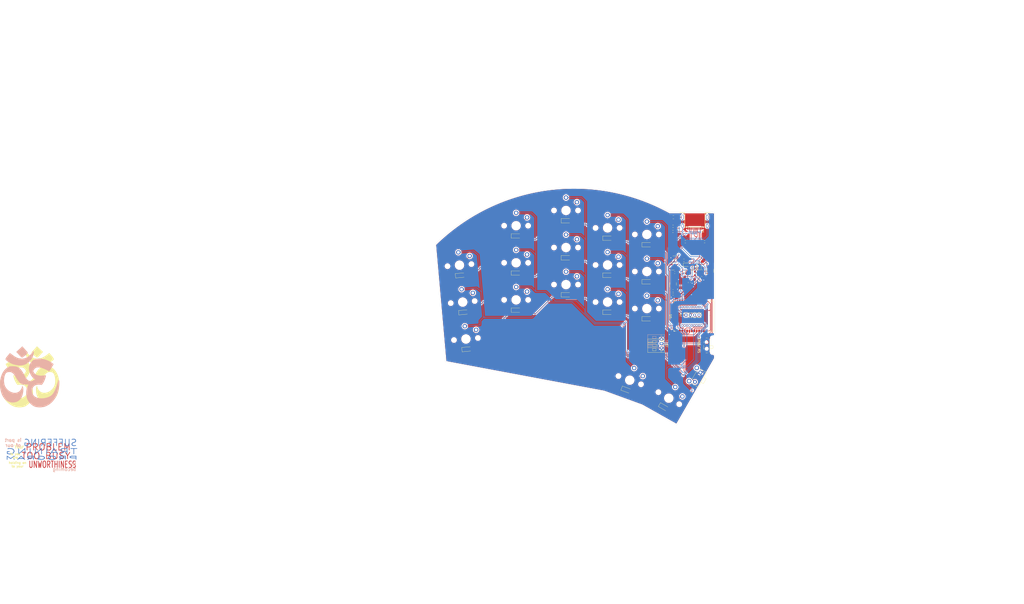
<source format=kicad_pcb>
(kicad_pcb (version 20211014) (generator pcbnew)
  (title_block (title "om") (rev "v1.0.0") (company "Unknown"))
  (layers (0 "F.Cu" signal) (31 "B.Cu" signal) (34 "B.Paste" user) (35 "F.Paste" user) (36 "B.SilkS" user "B.Silkscreen") (37 "F.SilkS" user "F.Silkscreen") (38 "B.Mask" user) (39 "F.Mask" user) (44 "Edge.Cuts" user))
  (net 0 "")
  (net 1 "GND")
  (net 2 "/V-IN")
  (net 3 "+3V3")
  (net 4 "Earth")
  (net 5 "VBUS")
  (net 6 "Net-(D2-Pad1)")
  (net 7 "BLUE_LED")
  (net 8 "Net-(D3-Pad1)")
  (net 9 "USBD-")
  (net 10 "USBD+")
  (net 11 "D+")
  (net 12 "D-")
  (net 13 "+BATT")
  (net 14 "EXT_VCC")
  (net 15 "Net-(DIODE1-Pad2)")
  (net 16 "Net-(SW2-Pad2)")
  (net 17 "SWDCLK")
  (net 18 "SWDIO")
  (net 19 "/BAT+_SWITCHED")
  (net 20 "VCC_CONTROL")
  (net 21 "Net-(J1-PadB5)")
  (net 22 "Net-(J1-PadA5)")
  (net 23 "VSENSE")
  (net 24 "Net-(R9-Pad2)")
  (net 25 "/Net-(U3-PROG)")
  (net 26 "RESET")
  (net 29 "Net-(DIODE3-Pad2)")
  (net 38 "/unconnected-(SW_POW1-A)")
  (net 39 "SCL")
  (net 40 "SDA")
  (net 61 "Col1")
  (net 62 "Row1")
  (net 63 "Row2")
  (net 64 "Row3")
  (net 65 "Col2")
  (net 66 "Col3")
  (net 67 "Col4")
  (net 68 "Col5")
  (net 69 "Row4")
  (net 70 "Net-(DIODE4-Pad2)")
  (net 71 "Net-(DIODE5-Pad2)")
  (net 72 "Net-(DIODE6-Pad2)")
  (net 73 "Net-(DIODE7-Pad2)")
  (net 74 "Net-(DIODE8-Pad2)")
  (net 75 "Net-(DIODE9-Pad2)")
  (net 76 "Net-(DIODE10-Pad2)")
  (net 77 "Net-(SW11-Pad2)")
  (net 78 "Net-(DIODE12-Pad2)")
  (net 79 "Net-(SW13-Pad2)")
  (net 80 "Net-(SW14-Pad2)")
  (net 81 "Net-(SW15-Pad2)")
  (net 82 "Net-(SW16-Pad2)")
  (net 83 "Net-(SW17-Pad2)")
  (net 84 "VSENSE_ENABLE")
  (footprint "Diode_SMD:D_SOD-123" (layer "F.Cu") (at 198.676351 104.834905)
    (fp_text reference "DIODE7" hide)
    (fp_text value "1N914WT" hide)
  )
  (footprint "Diode_SMD:D_SOD-123" (layer "F.Cu") (at 235.726353 115.8349)
    (fp_text reference "DIODE13" hide)
    (fp_text value "1N914WT" hide)
  )
  (footprint "kleeb-pg1350:pg1350" (layer "F.Cu") (at 235.726351 111.134901)
    (fp_text reference "SW13" hide)
    (fp_text value "Choc" hide)
  )
  (footprint "Diode_SMD:D_SOD-123" (layer "F.Cu") (at 150.269703 129.900516 5)
    (fp_text reference "DIODE1" hide)
    (fp_text value "1N914WT" hide)
  )
  (footprint "Package_TO_SOT_SMD:SOT-23" (layer "F.Cu") (at 247.72635 125.847402)
    (fp_text reference "Q1" hide)
    (fp_text value "AO3407" hide)
  )
  (footprint "Resistor_SMD:R_0603_1608Metric" (layer "F.Cu") (at 257.726351 129.022403 90)
    (fp_text reference "R6" hide)
    (fp_text value "806/820k" hide)
  )
  (footprint "Resistor_SMD:R_0603_1608Metric" (layer "F.Cu") (at 253.351948 114.481643 180)
    (fp_text reference "R4" hide)
    (fp_text value "5.1K" hide)
  )
  (footprint "kleeb-pg1350:pg1350" (layer "F.Cu") (at 149.860069 125.218402 5)
    (fp_text reference "SW1" hide)
    (fp_text value "Choc" hide)
  )
  (footprint "kleeb-pg1350:pg1350" (layer "F.Cu") (at 235.726354 128.134904)
    (fp_text reference "SW14" hide)
    (fp_text value "Choc" hide)
  )
  (footprint "LED_SMD:LED_0603_1608Metric" (layer "F.Cu") (at 253.936608 125.039868)
    (fp_text reference "D3" hide)
    (fp_text value "Red LED" hide)
  )
  (footprint "Resistor_SMD:R_0603_1608Metric" (layer "F.Cu") (at 262.176951 114.456644)
    (fp_text reference "R1" hide)
    (fp_text value "100K" hide)
  )
  (footprint "Diode_SMD:D_SOD-123" (layer "F.Cu") (at 151.751354 146.835832 5)
    (fp_text reference "DIODE2" hide)
    (fp_text value "1N914WT" hide)
  )
  (footprint "Connector_JST:JST_PH_S2B-PH-K_1x02_P2.00mm_Horizontal" (layer "F.Cu") (at 242.425671 161.169818 -90)
    (fp_text reference "J2")
    (fp_text value "JST-BATT")
  )
  (footprint "Button_Switch_SMD:SW_SPDT_PCM12" (layer "F.Cu") (at 262.833005 162.04709 90)
    (fp_text reference "SW_POW1")
    (fp_text value "SW_SPDT")
  )
  (footprint "Diode_SMD:D_SOD-123" (layer "F.Cu") (at 217.726352 146.834904)
    (fp_text reference "DIODE12" hide)
    (fp_text value "1N914WT" hide)
  )
  (footprint "kleeb-pg1350:pg1350" (layer "F.Cu") (at 227.87582 177.961268 -20)
    (fp_text reference "SW16" hide)
    (fp_text value "Choc" hide)
  )
  (footprint "kleeb-pg1350:pg1350" (layer "F.Cu") (at 152.823362 159.089024 5)
    (fp_text reference "SW3" hide)
    (fp_text value "Choc" hide)
  )
  (footprint "kleeb-pg1350:pg1350" (layer "F.Cu") (at 175.81635 107.134901)
    (fp_text reference "SW4" hide)
    (fp_text value "Choc" hide)
  )
  (footprint "Connector_PinSocket_2.00mm:PinSocket_1x04_P2.00mm_Vertical" (layer "F.Cu") (at 253.626269 148.116557 90)
    (fp_text reference "J4")
    (fp_text value "SWD")
  )
  (footprint "Diode_SMD:D_SOD-123" (layer "F.Cu") (at 243.423309 190.295289 -30)
    (fp_text reference "DIODE17" hide)
    (fp_text value "1N914WT" hide)
  )
  (footprint "Package_TO_SOT_SMD:TSOT-23-5" (layer "F.Cu") (at 264.726349 127.847405 90)
    (fp_text reference "U3" hide)
    (fp_text value "LTC4054ES5-4.2" hide)
  )
  (footprint "Diode_SMD:D_SOD-123" (layer "F.Cu") (at 217.726349 112.834904)
    (fp_text reference "DIODE11" hide)
    (fp_text value "1N914WT" hide)
  )
  (footprint "kleeb-pg1350:pg1350" (layer "F.Cu") (at 175.816346 124.134902)
    (fp_text reference "SW5" hide)
    (fp_text value "Choc" hide)
  )
  (footprint "kleeb-pg1350:pg1350" (layer "F.Cu") (at 235.726353 145.134906)
    (fp_text reference "SW15" hide)
    (fp_text value "Choc" hide)
  )
  (footprint "Diode_SMD:D_SOD-123" (layer "F.Cu") (at 235.726352 149.834905)
    (fp_text reference "DIODE15" hide)
    (fp_text value "1N914WT" hide)
  )
  (footprint "Diode_SMD:D_SOD-123" (layer "F.Cu") (at 175.816347 128.834902)
    (fp_text reference "DIODE5" hide)
    (fp_text value "1N914WT" hide)
  )
  (footprint "om-footprints:SKHLLCA010" (layer "F.Cu") (at 257.916142 175.97419 -120)
    (fp_text reference "R_TACT1" hide)
    (fp_text value "SW_Push")
  )
  (footprint "kleeb-pg1350:pg1350" (layer "F.Cu") (at 245.773309 186.224969 -30)
    (fp_text reference "SW17" hide)
    (fp_text value "Choc" hide)
  )
  (footprint "kleeb-mcu:holyiot-18010" (layer "F.Cu") (at 257.251951 148.606642 -90)
    (fp_text reference "U1")
    (fp_text value "nRF52840_holyiot_18010")
  )
  (footprint "Diode_SMD:D_SOD-123" (layer "F.Cu") (at 226.268326 182.377824 -20)
    (fp_text reference "DIODE16" hide)
    (fp_text value "1N914WT" hide)
  )
  (footprint "kleeb-pg1350:pg1350" (layer "F.Cu") (at 217.726351 125.134903)
    (fp_text reference "SW11" hide)
    (fp_text value "Choc" hide)
  )
  (footprint "Diode_SMD:D_SOD-123" (layer "F.Cu") (at 175.816349 145.834904)
    (fp_text reference "DIODE6" hide)
    (fp_text value "1N914WT" hide)
  )
  (footprint "kleeb-pg1350:pg1350" (layer "F.Cu") (at 217.726349 108.134905)
    (fp_text reference "SW10" hide)
    (fp_text value "Choc" hide)
  )
  (footprint "Resistor_SMD:R_0603_1608Metric" (layer "F.Cu") (at 247.726948 107.381643)
    (fp_text reference "R10" hide)
    (fp_text value "10K" hide)
  )
  (footprint "Diode_SMD:D_SOD-123" (layer "F.Cu") (at 175.816352 111.834904)
    (fp_text reference "DIODE4" hide)
    (fp_text value "1N914WT" hide)
  )
  (footprint "kleeb-pg1350:pg1350" (layer "F.Cu") (at 198.67635 117.134902)
    (fp_text reference "SW8" hide)
    (fp_text value "Choc" hide)
  )
  (footprint "Capacitor_SMD:C_0805_2012Metric" (layer "F.Cu") (at 247.876952 103.231643)
    (fp_text reference "C3" hide)
    (fp_text value "4.7n" hide)
  )
  (footprint "Resistor_SMD:R_0603_1608Metric" (layer "F.Cu") (at 247.75195 138.481643 180)
    (fp_text reference "R3" hide)
    (fp_text value "2M" hide)
  )
  (footprint "Package_TO_SOT_SMD:SOT-23" (layer "F.Cu") (at 247.726349 133.847401 90)
    (fp_text reference "U2" hide)
    (fp_text value "XC6206P LDO" hide)
  )
  (footprint "Package_TO_SOT_SMD:SOT-23" (layer "F.Cu") (at 254.726352 127.847404 90)
    (fp_text reference "Q2" hide)
    (fp_text value "AO3407" hide)
  )
  (footprint "keebio-parts:USB-C-12-Pin-MidMount" (layer "F.Cu") (at 257.726352 101.134902)
    (fp_text reference "J1")
    (fp_text value "USB_C_Receptacle")
  )
  (footprint "kleeb-pg1350:pg1350" (layer "F.Cu") (at 198.676352 100.134904)
    (fp_text reference "SW7" hide)
    (fp_text value "Choc" hide)
  )
  (footprint "kleeb-pg1350:pg1350" (layer "F.Cu") (at 217.726353 142.134904)
    (fp_text reference "SW12" hide)
    (fp_text value "Choc" hide)
  )
  (footprint "Resistor_SMD:R_0603_1608Metric" (layer "F.Cu") (at 247.676951 109.756643)
    (fp_text reference "R2" hide)
    (fp_text value "1M" hide)
  )
  (footprint "Diode_SMD:D_SOD-123" (layer "F.Cu") (at 235.726355 132.834905)
    (fp_text reference "DIODE14" hide)
    (fp_text value "1N914WT" hide)
  )
  (footprint "Resistor_SMD:R_0603_1608Metric" (layer "F.Cu") (at 261.626954 127.381646 -90)
    (fp_text reference "R8" hide)
    (fp_text value "1K" hide)
  )
  (footprint "Resistor_SMD:R_0603_1608Metric" (layer "F.Cu") (at 255.176949 133.181643 -90)
    (fp_text reference "R5" hide)
    (fp_text value "5.1K" hide)
  )
  (footprint "Capacitor_SMD:C_0603_1608Metric" (layer "F.Cu") (at 248.486607 128.614868)
    (fp_text reference "C1" hide)
    (fp_text value "1uF" hide)
  )
  (footprint "Diode_SMD:D_SOD-323" (layer "F.Cu") (at 259.726352 125.847401 90)
    (fp_text reference "D1" hide)
    (fp_text value "D_Schottky" hide)
  )
  (footprint "Resistor_SMD:R_0603_1608Metric" (layer "F.Cu") (at 260.501355 130.784905 -45)
    (fp_text reference "R7" hide)
    (fp_text value "2M" hide)
  )
  (footprint "kleeb-pg1350:pg1350" (layer "F.Cu") (at 151.341721 142.153719 5)
    (fp_text reference "SW2" hide)
    (fp_text value "Choc" hide)
  )
  (footprint "Diode_SMD:D_SOD-123" (layer "F.Cu") (at 198.676349 138.834901)
    (fp_text reference "DIODE9" hide)
    (fp_text value "1N914WT" hide)
  )
  (footprint "Resistor_SMD:R_0603_1608Metric" (layer "F.Cu") (at 252.711607 122.964867)
    (fp_text reference "R9" hide)
    (fp_text value "1K" hide)
  )
  (footprint "Diode_SMD:D_SOD-123" (layer "F.Cu") (at 198.676352 121.834901)
    (fp_text reference "DIODE8" hide)
    (fp_text value "1N914WT" hide)
  )
  (footprint "Diode_SMD:D_SOD-123" (layer "F.Cu") (at 217.726348 129.834904)
    (fp_text reference "DIODE10" hide)
    (fp_text value "1N914WT" hide)
  )
  (footprint "Diode_SMD:D_SOD-123" (layer "F.Cu") (at 153.232995 163.771138 5)
    (fp_text reference "DIODE3" hide)
    (fp_text value "1N914WT" hide)
  )
  (footprint "Package_TO_SOT_SMD:SOT-666" (layer "F.Cu") (at 248.726352 121.8474)
    (fp_text reference "ESD1" hide)
    (fp_text value "USBLC6-2P6" hide)
  )
  (footprint "kleeb-pg1350:pg1350" (layer "F.Cu") (at 175.816349 141.134902)
    (fp_text reference "SW6" hide)
    (fp_text value "Choc" hide)
  )
  (footprint "LED_SMD:LED_0603_1608Metric" (layer "F.Cu") (at 257.64635 125.887403 90)
    (fp_text reference "D2" hide)
    (fp_text value "Blue LED" hide)
  )
  (footprint "Capacitor_SMD:C_0603_1608Metric" (layer "F.Cu") (at 247.726347 136.847399)
    (fp_text reference "C2" hide)
    (fp_text value "1uF" hide)
  )
  (footprint "kleeb-pg1350:pg1350" (layer "F.Cu") (at 198.67635 134.134902)
    (fp_text reference "SW9" hide)
    (fp_text value "Choc" hide)
  )
  (footprint "Connector_JST:JST_PH_S2B-PH-K_1x02_P2.00mm_Horizontal" (layer "B.Cu") (at 242.425671 161.169818 90)
    (fp_text reference "J3")
    (fp_text value "JST-BATT")
  )
  (gr_poly (pts (xy -46.097671 167.999049) (xy -45.969205 167.762799) (xy -45.84801 167.506975) (xy -45.734996 167.236397) (xy -45.631114 166.955856) (xy -45.537271 166.670156) (xy -45.454401 166.384103) (xy -45.383435 166.102499) (xy -45.325302 165.830149) (xy -45.280922 165.571847) (xy -45.251228 165.332402) (xy -45.237154 165.116627) (xy -45.239613 164.929304) (xy -45.259546 164.775251) (xy -45.276353 164.712204) (xy -45.297869 164.659269) (xy -45.324221 164.617054) (xy -45.355525 164.586159) (xy -45.391887 164.567177) (xy -45.433432 164.560718) (xy -45.543881 164.784274) (xy -45.667219 165.004508) (xy -45.802711 165.221138) (xy -45.949618 165.433884) (xy -46.107214 165.642449) (xy -46.274752 165.846564) (xy -46.451515 166.045935) (xy -46.636758 166.240277) (xy -46.829751 166.429311) (xy -47.029757 166.612746) (xy -47.236046 166.7903) (xy -47.447892 166.96169) (xy -47.664543 167.126634) (xy -47.88528 167.284839) (xy -48.109363 167.436025) (xy -48.336064 167.579913) (xy -48.745545 167.760562) (xy -49.155994 167.906419) (xy -49.567676 168.017429) (xy -49.980835 168.09355) (xy -50.395732 168.134731) (xy -50.812621 168.140913) (xy -51.231752 168.11206) (xy -51.653387 168.048118) (xy -52.077777 167.949031) (xy -52.505175 167.814763) (xy -52.935847 167.645258) (xy -53.370034 167.440464) (xy -53.808 167.200336) (xy -54.249996 166.92482) (xy -54.696281 166.613872) (xy -55.1471 166.267445) (xy -55.343068 166.113435) (xy -55.529023 165.973922) (xy -55.700691 165.851671) (xy -55.853759 165.749439) (xy -55.983941 165.669971) (xy -56.039107 165.639633) (xy -56.086941 165.616026) (xy -56.126904 165.599486) (xy -56.158463 165.590362) (xy -56.181082 165.588995) (xy -56.188868 165.59133) (xy -56.194217 165.595731) (xy -56.309649 165.765616) (xy -56.433546 165.932275) (xy -56.564271 166.096434) (xy -56.700197 166.258789) (xy -57.263228 166.904367) (xy -57.400666 167.068342) (xy -57.533501 167.234758) (xy -57.66012 167.404331) (xy -57.778877 167.577769) (xy -57.888146 167.755779) (xy -57.986295 167.939063) (xy -58.030684 168.032909) (xy -58.071688 168.128337) (xy -58.109091 168.22544) (xy -58.142695 168.324307) (xy -58.137105 168.368826) (xy -58.120615 168.418001) (xy -58.09365 168.471548) (xy -58.05665 168.529173) (xy -58.010042 168.590593) (xy -57.954245 168.655521) (xy -57.816818 168.794758) (xy -57.647803 168.944589) (xy -57.450627 169.102725) (xy -57.228716 169.266872) (xy -56.985495 169.43473) (xy -56.724408 169.60402) (xy -56.448875 169.772445) (xy -56.162324 169.937708) (xy -55.868182 170.097516) (xy -55.569881 170.249582) (xy -55.270855 170.391611) (xy -54.974522 170.521311) (xy -54.684322 170.636392) (xy -53.989403 170.822452) (xy -53.321509 170.970916) (xy -52.679379 171.079825) (xy -52.061735 171.147197) (xy -51.467312 171.17107) (xy -50.894833 171.149469) (xy -50.343034 171.080425) (xy -50.074494 171.027497) (xy -49.810642 170.961966) (xy -49.55133 170.883592) (xy -49.296391 170.792127) (xy -49.04566 170.687325) (xy -48.798997 170.56894) (xy -48.556231 170.436722) (xy -48.317199 170.290424) (xy -48.081748 170.129804) (xy -47.849727 169.954613) (xy -47.620968 169.76461) (xy -47.39531 169.559543) (xy -47.172596 169.339167) (xy -46.952676 169.103241) (xy -46.520547 168.583732) (xy -46.097671 167.999049)) (layer "B.SilkS") (width 0.079374) (fill solid))
  (gr_poly (pts (xy -48.00284 165.226756) (xy -50.464186 162.497569) (xy -53.199515 165.029686) (xy -53.026979 165.178905) (xy -52.859586 165.336609) (xy -52.696371 165.501308) (xy -52.536384 165.671516) (xy -51.909561 166.377712) (xy -51.75134 166.55317) (xy -51.590601 166.725218) (xy -51.42639 166.892376) (xy -51.257736 167.053143) (xy -51.083703 167.206041) (xy -50.903316 167.34959) (xy -50.715615 167.482296) (xy -50.519659 167.602676) (xy -49.828001 167.112108) (xy -49.460735 166.846061) (xy -49.278226 166.70695) (xy -49.098933 166.563446) (xy -48.924722 166.4153) (xy -48.757423 166.262252) (xy -48.598907 166.104045) (xy -48.451021 165.940429) (xy -48.315623 165.771143) (xy -48.194555 165.595937) (xy -48.139978 165.50604) (xy -48.08968 165.414563) (xy -48.043888 165.32148) (xy -48.00284 165.226756)) (layer "B.SilkS") (width 0.079374) (fill solid))
  (gr_poly (pts (xy -40.114618 190.067367) (xy -39.829418 189.959802) (xy -39.549233 189.842782) (xy -39.004281 189.580864) (xy -38.48051 189.282501) (xy -37.978659 188.948605) (xy -37.499473 188.580086) (xy -37.043685 188.177852) (xy -36.612035 187.7428) (xy -36.205271 187.275845) (xy -35.824129 186.777893) (xy -35.469345 186.249849) (xy -35.141664 185.692621) (xy -34.841834 185.107113) (xy -34.570582 184.494236) (xy -34.328652 183.854891) (xy -34.116787 183.189992) (xy -33.935724 182.50044) (xy -33.864061 182.169989) (xy -33.799355 181.819312) (xy -33.691756 181.080179) (xy -33.614782 180.328919) (xy -33.570279 179.611389) (xy -33.560103 178.973466) (xy -33.568469 178.698693) (xy -33.586108 178.461024) (xy -33.613253 178.266185) (xy -33.650137 178.119915) (xy -33.696992 178.02795) (xy -33.724229 178.004122) (xy -33.754042 177.996024) (xy -33.764912 177.998258) (xy -33.776822 178.004897) (xy -33.789725 178.015828) (xy -33.803582 178.030945) (xy -33.818352 178.050136) (xy -33.833996 178.073288) (xy -33.867711 178.131038) (xy -33.904409 178.203333) (xy -33.943745 178.289282) (xy -33.985386 178.388018) (xy -34.029002 178.498654) (xy -34.074244 178.620325) (xy -34.120785 178.752145) (xy -34.168291 178.893242) (xy -34.216426 179.042736) (xy -34.26485 179.199749) (xy -34.313231 179.363397) (xy -34.361235 179.532816) (xy -34.408521 179.707123) (xy -34.51539 180.091601) (xy -34.630687 180.471922) (xy -34.753792 180.846829) (xy -34.884099 181.215049) (xy -35.021008 181.57531) (xy -35.16389 181.926341) (xy -35.31214 182.266875) (xy -35.46515 182.595629) (xy -35.622302 182.911349) (xy -35.782997 183.212756) (xy -35.946617 183.498589) (xy -36.112543 183.767564) (xy -36.280166 184.01842) (xy -36.448889 184.249894) (xy -36.618087 184.460697) (xy -36.787155 184.649567) (xy -36.933695 184.794151) (xy -37.09248 184.93301) (xy -37.262826 185.066034) (xy -37.444038 185.193115) (xy -37.836284 185.428961) (xy -38.263689 185.639628) (xy -38.720712 185.824193) (xy -39.20182 185.98174) (xy -39.701485 186.111347) (xy -40.214168 186.212102) (xy -40.734335 186.283075) (xy -41.25646 186.323346) (xy -41.77499 186.331997) (xy -42.284413 186.308106) (xy -42.779177 186.250762) (xy -43.253757 186.159035) (xy -43.481743 186.099994) (xy -43.702613 186.032007) (xy -43.915665 185.95497) (xy -44.120217 185.868763) (xy -44.273155 185.794993) (xy -44.42023 185.715336) (xy -44.561359 185.62999) (xy -44.696479 185.539151) (xy -44.825505 185.443024) (xy -44.948372 185.341801) (xy -45.064994 185.235684) (xy -45.175304 185.124877) (xy -45.279224 185.00957) (xy -45.376679 184.889967) (xy -45.467596 184.76627) (xy -45.551898 184.638669) (xy -45.629512 184.507381) (xy -45.700366 184.372587) (xy -45.764382 184.234497) (xy -45.821476 184.093303) (xy -45.87159 183.949209) (xy -45.914642 183.802411) (xy -45.950555 183.653104) (xy -45.979252 183.5015) (xy -46.000664 183.34779) (xy -46.014715 183.192171) (xy -46.021325 183.034851) (xy -46.020425 182.876017) (xy -46.011941 182.715878) (xy -45.995793 182.554631) (xy -45.971911 182.392475) (xy -45.940214 182.2296) (xy -45.900635 182.066221) (xy -45.853087 181.902527) (xy -45.797512 181.738722) (xy -45.73382 181.574999) (xy -45.679367 181.451195) (xy -45.620687 181.332629) (xy -45.557713 181.219271) (xy -45.490379 181.111096) (xy -45.418602 181.008078) (xy -45.342331 180.910196) (xy -45.261483 180.817428) (xy -45.175986 180.729738) (xy -45.085777 180.647112) (xy -44.990783 180.569517) (xy -44.890933 180.49693) (xy -44.786151 180.429333) (xy -44.676375 180.366685) (xy -44.561527 180.308979) (xy -44.441546 180.256177) (xy -44.316348 180.208263) (xy -44.185882 180.165206) (xy -44.050066 180.126979) (xy -43.908824 180.093563) (xy -43.762092 180.064936) (xy -43.609804 180.041065) (xy -43.451884 180.021919) (xy -43.28826 180.007489) (xy -43.118861 179.997738) (xy -42.943628 179.992648) (xy -42.762472 179.992192) (xy -42.575339 179.996343) (xy -42.382151 180.005077) (xy -42.18284 180.018371) (xy -41.977339 180.036191) (xy -41.765559 180.058526) (xy -41.547458 180.085343) (xy -41.484397 180.013032) (xy -41.410918 179.923408) (xy -41.314217 179.798826) (xy -41.197869 179.63979) (xy -41.065427 179.446815) (xy -40.920454 179.220409) (xy -40.766524 178.961088) (xy -40.60719 178.669359) (xy -40.526609 178.511507) (xy -40.446018 178.345741) (xy -40.365856 178.172129) (xy -40.28657 177.990737) (xy -40.208612 177.801624) (xy -40.132413 177.604859) (xy -40.058424 177.400504) (xy -39.987104 177.188619) (xy -39.918883 176.969276) (xy -39.854208 176.74253) (xy -39.793533 176.508457) (xy -39.737301 176.267108) (xy -39.685945 176.018553) (xy -39.63992 175.762853) (xy -41.122726 175.897311) (xy -41.452408 175.921164) (xy -41.771533 175.932066) (xy -42.07978 175.930097) (xy -42.376846 175.915348) (xy -42.662423 175.887918) (xy -42.936196 175.847887) (xy -43.197859 175.795356) (xy -43.447109 175.730412) (xy -43.683632 175.653141) (xy -43.907108 175.563636) (xy -44.117256 175.461989) (xy -44.313738 175.348289) (xy -44.496252 175.222632) (xy -44.6645 175.085099) (xy -44.818162 174.935783) (xy -44.956933 174.774784) (xy -45.07236 174.623773) (xy -45.171962 174.483256) (xy -45.2557 174.351712) (xy -45.291585 174.288831) (xy -45.323478 174.227618) (xy -45.351368 174.167878) (xy -45.375241 174.109437) (xy -45.395101 174.05209) (xy -45.410929 173.99566) (xy -45.422717 173.939937) (xy -45.430462 173.884751) (xy -45.434152 173.8299) (xy -45.433785 173.775198) (xy -45.429337 173.720453) (xy -45.420815 173.665472) (xy -45.408211 173.610068) (xy -45.391502 173.554046) (xy -45.370695 173.497226) (xy -45.345772 173.439405) (xy -45.316729 173.380398) (xy -45.283557 173.320014) (xy -45.246243 173.258068) (xy -45.204789 173.19436) (xy -45.109408 173.060912) (xy -44.997335 172.918155) (xy -44.868511 172.764554) (xy -44.767017 172.653965) (xy -44.660396 172.552429) (xy -44.548443 172.459978) (xy -44.430959 172.37664) (xy -44.307751 172.302451) (xy -44.178611 172.237442) (xy -44.04334 172.181646) (xy -43.90172 172.135102) (xy -43.753572 172.097839) (xy -43.598681 172.069889) (xy -43.43685 172.051282) (xy -43.267871 172.042063) (xy -43.09155 172.042253) (xy -42.907678 172.051887) (xy -42.716053 172.071005) (xy -42.516485 172.099632) (xy -42.308756 172.137808) (xy -42.092674 172.185565) (xy -41.868028 172.242928) (xy -41.634627 172.30994) (xy -41.392267 172.386634) (xy -41.140741 172.473033) (xy -40.609386 172.675104) (xy -40.03896 172.916422) (xy -39.427833 173.197245) (xy -38.774402 173.517838) (xy -38.077044 173.878474) (xy -36.139903 170.631239) (xy -36.952023 170.011803) (xy -37.350452 169.729997) (xy -37.77957 169.467361) (xy -38.234963 169.224865) (xy -38.712201 169.003475) (xy -39.206865 168.804166) (xy -39.714515 168.627914) (xy -40.230738 168.475685) (xy -40.7511 168.348455) (xy -41.271187 168.247196) (xy -41.786562 168.172874) (xy -42.292804 168.126462) (xy -42.785485 168.108942) (xy -43.260178 168.12128) (xy -43.712463 168.164437) (xy -44.137914 168.239407) (xy -44.5321 168.347143) (xy -44.702373 168.409012) (xy -44.869563 168.480997) (xy -45.033449 168.562698) (xy -45.19382 168.653723) (xy -45.350445 168.75367) (xy -45.503093 168.862146) (xy -45.651554 168.978749) (xy -45.7956 169.103085) (xy -45.935013 169.234756) (xy -46.069561 169.37336) (xy -46.199022 169.518508) (xy -46.323186 169.669797) (xy -46.441821 169.826831) (xy -46.5547 169.989216) (xy -46.661615 170.156542) (xy -46.762325 170.328431) (xy -46.856616 170.50447) (xy -46.944267 170.684265) (xy -47.025061 170.867418) (xy -47.098759 171.053542) (xy -47.165148 171.242231) (xy -47.224009 171.433085) (xy -47.275111 171.62571) (xy -47.318236 171.819709) (xy -47.353159 172.014688) (xy -47.379661 172.210242) (xy -47.397513 172.405978) (xy -47.406503 172.601496) (xy -47.406397 172.796404) (xy -47.396979 172.990302) (xy -47.378019 173.182788) (xy -47.349304 173.373474) (xy -47.294041 173.63585) (xy -47.220379 173.908247) (xy -47.12994 174.187843) (xy -47.024338 174.471805) (xy -46.905184 174.757323) (xy -46.774106 175.041566) (xy -46.632707 175.321718) (xy -46.482618 175.594948) (xy -46.325438 175.858438) (xy -46.162792 176.109363) (xy -45.996299 176.344906) (xy -45.82757 176.562238) (xy -45.658221 176.758542) (xy -45.489869 176.930991) (xy -45.324128 177.076757) (xy -45.162619 177.193028) (xy -44.431971 177.655645) (xy -45.44121 178.110747) (xy -45.600065 178.179239) (xy -45.755165 178.239639) (xy -45.906667 178.291873) (xy -46.054734 178.335837) (xy -46.199533 178.371444) (xy -46.341207 178.398602) (xy -46.479927 178.417229) (xy -46.615855 178.427223) (xy -46.74914 178.428507) (xy -46.879947 178.420979) (xy -47.008438 178.404559) (xy -47.134771 178.379147) (xy -47.259111 178.344661) (xy -47.381604 178.301007) (xy -47.502421 178.248097) (xy -47.621716 178.185836) (xy -47.739658 178.114141) (xy -47.856395 178.032914) (xy -47.972097 177.942074) (xy -48.086911 177.841521) (xy -48.201008 177.731172) (xy -48.31454 177.610935) (xy -48.427676 177.480717) (xy -48.540565 177.340434) (xy -48.653373 177.18999) (xy -48.766258 177.029295) (xy -48.992902 176.676803) (xy -49.221763 176.282226) (xy -49.454133 175.844855) (xy -49.772102 175.238658) (xy -50.078884 174.688907) (xy -50.377547 174.193205) (xy -50.671164 173.749159) (xy -50.96281 173.354365) (xy -51.255553 173.006423) (xy -51.403295 172.849269) (xy -51.552457 172.702933) (xy -51.703432 172.567112) (xy -51.856599 172.441502) (xy -52.012349 172.325813) (xy -52.171053 172.219734) (xy -52.333102 172.122964) (xy -52.498887 172.035211) (xy -52.668778 171.956178) (xy -52.84317 171.88556) (xy -53.022441 171.82305) (xy -53.206973 171.768366) (xy -53.593374 171.681237) (xy -54.005436 171.621766) (xy -54.446229 171.587565) (xy -54.91883 171.576223) (xy -55.137885 171.5775) (xy -55.340411 171.582343) (xy -55.528201 171.591279) (xy -55.703082 171.60485) (xy -55.866858 171.623581) (xy -56.021344 171.648016) (xy -56.168341 171.678685) (xy -56.309683 171.716123) (xy -56.447162 171.760862) (xy -56.582602 171.813436) (xy -56.717806 171.874385) (xy -56.854596 171.944234) (xy -56.994776 172.023515) (xy -57.140165 172.11278) (xy -57.292566 172.212542) (xy -57.45379 172.323353) (xy -57.658286 172.473561) (xy -57.856784 172.633276) (xy -58.049209 172.802268) (xy -58.23548 172.980314) (xy -58.4155 173.16719) (xy -58.58919 173.36267) (xy -58.756474 173.566527) (xy -58.917254 173.778536) (xy -59.071457 173.998472) (xy -59.218987 174.226109) (xy -59.359771 174.461223) (xy -59.493717 174.703591) (xy -59.740764 175.209173) (xy -59.959459 175.741061) (xy -60.149111 176.29745) (xy -60.309056 176.876533) (xy -60.438615 177.476512) (xy -60.537114 178.095583) (xy -60.603872 178.731943) (xy -60.638217 179.383796) (xy -60.639472 180.049331) (xy -60.606958 180.726751) (xy -60.522618 181.569964) (xy -60.396063 182.369206) (xy -60.228412 183.123041) (xy -60.020799 183.830035) (xy -59.774336 184.488742) (xy -59.49015 185.097721) (xy -59.169369 185.655531) (xy -58.813116 186.160742) (xy -58.622042 186.393169) (xy -58.422516 186.611904) (xy -58.214684 186.816773) (xy -57.998695 187.007584) (xy -57.774671 187.184169) (xy -57.542766 187.346344) (xy -57.30312 187.493922) (xy -57.055869 187.626735) (xy -56.801149 187.744592) (xy -56.539117 187.847323) (xy -56.2699 187.93474) (xy -55.993646 188.006666) (xy -55.710482 188.062923) (xy -55.420566 188.10333) (xy -55.124026 188.127707) (xy -54.821004 188.13587) (xy -54.49227 188.12845) (xy -54.177881 188.105974) (xy -53.87725 188.068121) (xy -53.589783 188.014573) (xy -53.314904 187.945017) (xy -53.052012 187.859116) (xy -52.800529 187.756561) (xy -52.559851 187.637037) (xy -52.329413 187.500209) (xy -52.108613 187.345769) (xy -51.89686 187.173394) (xy -51.693575 186.982764) (xy -51.498166 186.773556) (xy -51.310041 186.545458) (xy -51.128621 186.298143) (xy -50.953313 186.031293) (xy -50.807133 185.773987) (xy -50.671926 185.490855) (xy -50.548242 185.185874) (xy -50.436644 184.863002) (xy -50.337704 184.526216) (xy -50.251975 184.179478) (xy -50.180022 183.82676) (xy -50.122416 183.472034) (xy -50.079715 183.119256) (xy -50.052472 182.77241) (xy -50.041267 182.435454) (xy -50.046645 182.112359) (xy -50.069179 181.807099) (xy -50.109435 181.523635) (xy -50.167966 181.265939) (xy -50.245346 181.037977) (xy -50.320569 180.859185) (xy -50.352343 180.787931) (xy -50.380533 180.728623) (xy -50.405369 180.681171) (xy -50.427074 180.645463) (xy -50.43683 180.631985) (xy -50.445886 180.621392) (xy -50.454277 180.613692) (xy -50.462032 180.60886) (xy -50.469174 180.606886) (xy -50.475736 180.607756) (xy -50.481745 180.611458) (xy -50.487233 180.617975) (xy -50.492225 180.627297) (xy -50.496752 180.639411) (xy -50.504519 180.67196) (xy -50.510771 180.715528) (xy -50.515731 180.769996) (xy -50.519631 180.835267) (xy -50.522699 180.91123) (xy -50.527752 180.987362) (xy -50.537787 181.066161) (xy -50.572106 181.230773) (xy -50.624252 181.403074) (xy -50.692829 181.581067) (xy -50.776435 181.76275) (xy -50.873676 181.94613) (xy -50.983153 182.12921) (xy -51.103475 182.309987) (xy -51.233232 182.486475) (xy -51.371029 182.656672) (xy -51.515481 182.818577) (xy -51.665174 182.970191) (xy -51.818718 183.109533) (xy -51.974716 183.234594) (xy -52.131768 183.343377) (xy -52.288476 183.433883) (xy -52.482466 183.525949) (xy -52.681183 183.604276) (xy -52.884133 183.669078) (xy -53.090835 183.720577) (xy -53.300802 183.758995) (xy -53.513545 183.784555) (xy -53.728572 183.797477) (xy -53.945409 183.797977) (xy -54.163548 183.786278) (xy -54.382521 183.762604) (xy -54.60183 183.727167) (xy -54.820992 183.680202) (xy -55.039517 183.621913) (xy -55.256923 183.552535) (xy -55.472715 183.472272) (xy -55.686409 183.381363) (xy -55.897512 183.280019) (xy -56.105556 183.16846) (xy -56.31003 183.046909) (xy -56.510464 182.915587) (xy -56.706363 182.774709) (xy -56.897235 182.624503) (xy -57.082599 182.465182) (xy -57.261969 182.296976) (xy -57.434854 182.120097) (xy -57.60077 181.934773) (xy -57.759226 181.741217) (xy -57.909734 181.539651) (xy -58.051817 181.3303) (xy -58.18497 181.113384) (xy -58.308723 180.889122) (xy -58.422582 180.657732) (xy -58.571997 180.281547) (xy -58.690611 179.870971) (xy -58.779309 179.433011) (xy -58.839004 178.974687) (xy -58.870604 178.503011) (xy -58.875 178.025) (xy -58.85311 177.547663) (xy -58.80582 177.078029) (xy -58.734048 176.623099) (xy -58.63869 176.189895) (xy -58.520653 175.785425) (xy -58.380844 175.416716) (xy -58.220152 175.090763) (xy -58.132268 174.946023) (xy -58.039498 174.814601) (xy -57.941962 174.697376) (xy -57.839771 174.595232) (xy -57.733045 174.509041) (xy -57.621886 174.439679) (xy -57.57022 174.41461) (xy -57.510554 174.390243) (xy -57.443585 174.366705) (xy -57.370035 174.34412) (xy -57.290617 174.322624) (xy -57.206034 174.302329) (xy -57.117002 174.283369) (xy -57.024244 174.265868) (xy -56.928451 174.249956) (xy -56.830355 174.235756) (xy -56.730657 174.223394) (xy -56.630073 174.212997) (xy -56.529313 174.204691) (xy -56.429093 174.198601) (xy -56.330121 174.194858) (xy -56.233114 174.193575) (xy -56.131959 174.195882) (xy -56.032069 174.202859) (xy -55.933334 174.214598) (xy -55.835654 174.231204) (xy -55.738908 174.252773) (xy -55.643009 174.279402) (xy -55.54784 174.311182) (xy -55.453303 174.348213) (xy -55.35928 174.390593) (xy -55.265679 174.438415) (xy -55.17239 174.491773) (xy -55.079306 174.550776) (xy -54.986322 174.615506) (xy -54.893334 174.686069) (xy -54.800234 174.762555) (xy -54.706914 174.845066) (xy -54.613279 174.933702) (xy -54.519219 175.02855) (xy -54.329387 175.237285) (xy -54.13659 175.472033) (xy -53.939969 175.733588) (xy -53.738692 176.022704) (xy -53.531905 176.340172) (xy -53.318769 176.686745) (xy -53.098442 177.063198) (xy -52.931249 177.342488) (xy -52.743917 177.633041) (xy -52.542802 177.926365) (xy -52.334245 178.213946) (xy -52.124584 178.487279) (xy -51.92016 178.737858) (xy -51.727322 178.95719) (xy -51.637225 179.052477) (xy -51.552399 179.136759) (xy -51.424247 179.257292) (xy -51.304416 179.36455) (xy -51.190521 179.459299) (xy -51.080197 179.542288) (xy -51.025633 179.579608) (xy -50.971063 179.614278) (xy -50.916203 179.646387) (xy -50.860743 179.676033) (xy -50.80439 179.703305) (xy -50.746858 179.728298) (xy -50.687832 179.751118) (xy -50.627019 179.771848) (xy -50.564137 179.790592) (xy -50.498874 179.807434) (xy -50.430939 179.822474) (xy -50.360028 179.835812) (xy -50.285852 179.847534) (xy -50.208108 179.857744) (xy -50.040741 179.873989) (xy -49.855549 179.885299) (xy -49.650149 179.892443) (xy -49.422171 179.896169) (xy -49.16923 179.897246) (xy -47.580413 179.897247) (xy -48.093976 181.037978) (xy -48.222787 181.355578) (xy -48.333595 181.694073) (xy -48.426445 182.050447) (xy -48.501361 182.421687) (xy -48.558392 182.804783) (xy -48.597585 183.196712) (xy -48.618965 183.594459) (xy -48.622583 183.995011) (xy -48.608468 184.39536) (xy -48.576672 184.792479) (xy -48.527219 185.183366) (xy -48.46016 185.564996) (xy -48.375533 185.934361) (xy -48.273377 186.288441) (xy -48.153733 186.624224) (xy -48.016633 186.938702) (xy -47.877524 187.206215) (xy -47.719065 187.47252) (xy -47.543057 187.735988) (xy -47.351271 187.994992) (xy -47.145509 188.247917) (xy -46.927551 188.493125) (xy -46.699183 188.728997) (xy -46.462197 188.953904) (xy -46.218374 189.166225) (xy -45.969509 189.364333) (xy -45.717391 189.546592) (xy -45.46379 189.711397) (xy -45.210518 189.857104) (xy -44.959349 189.982099) (xy -44.712072 190.084754) (xy -44.470473 190.163438) (xy -44.229937 190.223306) (xy -43.973653 190.274136) (xy -43.704088 190.315986) (xy -43.423722 190.348905) (xy -43.135011 190.372957) (xy -42.84043 190.388178) (xy -42.542447 190.394644) (xy -42.243523 190.392396) (xy -41.946134 190.38149) (xy -41.652747 190.361988) (xy -41.365825 190.333934) (xy -41.087837 190.297388) (xy -40.821256 190.252404) (xy -40.568548 190.199036) (xy -40.332182 190.137344) (xy -40.114618 190.067367)) (layer "B.SilkS") (width 0.079374) (fill solid))
  (gr_poly (pts (xy -48.101911 167.99905) (xy -48.230371 167.762795) (xy -48.351572 167.506979) (xy -48.464577 167.2364) (xy -48.568464 166.955854) (xy -48.662304 166.670155) (xy -48.745173 166.384102) (xy -48.816141 166.102498) (xy -48.874273 165.830146) (xy -48.918654 165.571845) (xy -48.948348 165.332406) (xy -48.962425 165.116626) (xy -48.959967 164.929306) (xy -48.940033 164.775257) (xy -48.923224 164.712202) (xy -48.901707 164.659271) (xy -48.875348 164.617053) (xy -48.844053 164.586156) (xy -48.807692 164.567175) (xy -48.766153 164.560719) (xy -48.655694 164.784275) (xy -48.532358 165.004504) (xy -48.396862 165.221142) (xy -48.24996 165.433881) (xy -48.092361 165.642453) (xy -47.924821 165.846563) (xy -47.748065 166.045933) (xy -47.562821 166.240277) (xy -47.369831 166.429309) (xy -47.169817 166.612746) (xy -46.963528 166.790296) (xy -46.75169 166.961693) (xy -46.535034 167.126631) (xy -46.314294 167.28484) (xy -46.090212 167.436028) (xy -45.863514 167.579916) (xy -45.454031 167.760565) (xy -45.043575 167.906418) (xy -44.631897 168.017433) (xy -44.218743 168.093549) (xy -43.803843 168.134729) (xy -43.386959 168.140917) (xy -42.967819 168.112057) (xy -42.546191 168.048112) (xy -42.121799 167.949033) (xy -41.694398 167.814761) (xy -41.263729 167.645258) (xy -40.829543 167.440461) (xy -40.391579 167.200333) (xy -39.94958 166.924818) (xy -39.503295 166.613874) (xy -39.052474 166.267447) (xy -38.856507 166.113434) (xy -38.67055 165.973924) (xy -38.498886 165.851675) (xy -38.345819 165.749435) (xy -38.215635 165.669972) (xy -38.160472 165.639634) (xy -38.112637 165.616025) (xy -38.072667 165.599485) (xy -38.041109 165.590362) (xy -38.018494 165.588997) (xy -38.010709 165.591332) (xy -38.005357 165.595733) (xy -37.889929 165.76561) (xy -37.766026 165.932277) (xy -37.635306 166.096433) (xy -37.499381 166.258789) (xy -36.936345 166.904369) (xy -36.79891 167.068338) (xy -36.666068 167.234757) (xy -36.539456 167.404333) (xy -36.420696 167.577768) (xy -36.311431 167.75578) (xy -36.213283 167.939062) (xy -36.16889 168.032908) (xy -36.127892 168.128338) (xy -36.090488 168.225439) (xy -36.056885 168.324307) (xy -36.062474 168.368827) (xy -36.078965 168.418004) (xy -36.105926 168.471546) (xy -36.142923 168.529172) (xy -36.189533 168.590591) (xy -36.245334 168.655519) (xy -36.382755 168.794759) (xy -36.551775 168.944592) (xy -36.748954 169.102725) (xy -36.970862 169.266868) (xy -37.214076 169.43473) (xy -37.475164 169.604021) (xy -37.7507 169.772444) (xy -38.037255 169.937707) (xy -38.331393 170.097514) (xy -38.629694 170.24958) (xy -38.92872 170.391612) (xy -39.225054 170.521309) (xy -39.515254 170.636391) (xy -40.210177 170.822451) (xy -40.878066 170.970918) (xy -41.520202 171.079828) (xy -42.137841 171.147199) (xy -42.732263 171.17107) (xy -43.304745 171.14947) (xy -43.856538 171.080426) (xy -44.125084 171.027497) (xy -44.38893 170.961971) (xy -44.648248 170.883595) (xy -44.90319 170.792129) (xy -45.15391 170.687325) (xy -45.400581 170.568935) (xy -45.643349 170.436714) (xy -45.882376 170.290426) (xy -46.117827 170.129803) (xy -46.34985 169.954614) (xy -46.578608 169.764605) (xy -46.804267 169.559542) (xy -47.026982 169.339166) (xy -47.246904 169.103243) (xy -47.679027 168.58373) (xy -48.101911 167.99905)) (layer "F.SilkS") (width 0.079374) (fill solid))
  (gr_poly (pts (xy -46.196734 165.22676) (xy -43.735385 162.497569) (xy -41.000062 165.029687) (xy -41.172599 165.178904) (xy -41.339992 165.336611) (xy -41.503205 165.50131) (xy -41.663185 165.671515) (xy -42.290019 166.377713) (xy -42.448241 166.55317) (xy -42.608972 166.72522) (xy -42.773188 166.892372) (xy -42.941832 167.053139) (xy -43.115874 167.20604) (xy -43.296263 167.349594) (xy -43.48396 167.482293) (xy -43.679918 167.602673) (xy -44.371577 167.112101) (xy -44.738842 166.846055) (xy -44.921354 166.706951) (xy -45.100643 166.563449) (xy -45.27486 166.415303) (xy -45.442152 166.262254) (xy -45.60067 166.104048) (xy -45.748552 165.940427) (xy -45.883956 165.771145) (xy -46.005021 165.595941) (xy -46.059598 165.506041) (xy -46.109895 165.414562) (xy -46.155685 165.321484) (xy -46.196734 165.22676)) (layer "F.SilkS") (width 0.079374) (fill solid))
  (gr_poly (pts (xy -54.084955 190.067369) (xy -54.370159 189.959808) (xy -54.650345 189.842789) (xy -55.195292 189.580866) (xy -55.719063 189.282501) (xy -56.220914 188.948609) (xy -56.700107 188.580085) (xy -57.155894 188.177846) (xy -57.58754 187.742797) (xy -57.994306 187.275846) (xy -58.375446 186.777892) (xy -58.730232 186.24985) (xy -59.057911 185.692616) (xy -59.357746 185.107114) (xy -59.628998 184.494234) (xy -59.87093 183.854889) (xy -60.082791 183.189991) (xy -60.263854 182.500442) (xy -60.335516 182.169992) (xy -60.40022 181.81931) (xy -60.507818 181.080179) (xy -60.584794 180.328913) (xy -60.629298 179.611387) (xy -60.639468 178.973467) (xy -60.631107 178.698693) (xy -60.61347 178.46102) (xy -60.586324 178.266187) (xy -60.549439 178.119918) (xy -60.502587 178.027949) (xy -60.475355 178.004125) (xy -60.44553 177.996022) (xy -60.434664 177.99826) (xy -60.422752 178.004899) (xy -60.409848 178.015832) (xy -60.395993 178.030947) (xy -60.381222 178.050135) (xy -60.365585 178.073284) (xy -60.331862 178.131038) (xy -60.295166 178.20333) (xy -60.25583 178.289282) (xy -60.214188 178.388016) (xy -60.170576 178.498658) (xy -60.125329 178.620323) (xy -60.07879 178.752144) (xy -60.031285 178.893243) (xy -59.983154 179.042734) (xy -59.934727 179.199745) (xy -59.886345 179.363396) (xy -59.838343 179.53281) (xy -59.791056 179.707122) (xy -59.684187 180.091597) (xy -59.568891 180.471926) (xy -59.445785 180.846834) (xy -59.315475 181.215051) (xy -59.178574 181.575311) (xy -59.035684 181.92634) (xy -58.887436 182.26687) (xy -58.734424 182.595631) (xy -58.577273 182.91135) (xy -58.416577 183.212759) (xy -58.252965 183.498589) (xy -58.087034 183.767565) (xy -57.919405 184.018426) (xy -57.750687 184.24989) (xy -57.581489 184.460694) (xy -57.412422 184.64957) (xy -57.265885 184.794151) (xy -57.107094 184.933012) (xy -56.936749 185.066035) (xy -56.755541 185.193116) (xy -56.363293 185.428957) (xy -55.935892 185.639627) (xy -55.478868 185.824192) (xy -54.997758 185.981736) (xy -54.498091 186.111347) (xy -53.985408 186.212101) (xy -53.465236 186.283073) (xy -52.943118 186.323347) (xy -52.424584 186.331999) (xy -51.915167 186.30811) (xy -51.420401 186.25076) (xy -50.94582 186.159037) (xy -50.717835 186.099992) (xy -50.496961 186.032009) (xy -50.283904 185.95497) (xy -50.07936 185.868763) (xy -49.926426 185.794992) (xy -49.779352 185.715339) (xy -49.638213 185.62999) (xy -49.5031 185.539148) (xy -49.374073 185.443021) (xy -49.251207 185.3418) (xy -49.134588 185.235682) (xy -49.024273 185.124876) (xy -48.920354 185.009571) (xy -48.822898 184.889967) (xy -48.731982 184.766268) (xy -48.647675 184.638675) (xy -48.570064 184.50738) (xy -48.499212 184.37259) (xy -48.435202 184.234492) (xy -48.378098 184.093302) (xy -48.327986 183.949207) (xy -48.284931 183.802407) (xy -48.249021 183.653108) (xy -48.220327 183.501496) (xy -48.198913 183.347792) (xy -48.184863 183.192178) (xy -48.178249 183.034854) (xy -48.179155 182.87602) (xy -48.187639 182.71588) (xy -48.203785 182.554633) (xy -48.227666 182.392469) (xy -48.259365 182.229604) (xy -48.298941 182.066222) (xy -48.346484 181.902528) (xy -48.402068 181.73872) (xy -48.465752 181.575) (xy -48.520209 181.451197) (xy -48.578887 181.332628) (xy -48.641865 181.219266) (xy -48.709198 181.111093) (xy -48.780969 181.008077) (xy -48.857242 180.910198) (xy -48.938094 180.817428) (xy -49.023587 180.72974) (xy -49.113798 180.647112) (xy -49.208795 180.569516) (xy -49.30865 180.496932) (xy -49.413422 180.429328) (xy -49.523204 180.366689) (xy -49.638049 180.308979) (xy -49.758035 180.256178) (xy -49.883226 180.208259) (xy -50.013694 180.165205) (xy -50.149514 180.126978) (xy -50.290755 180.093567) (xy -50.437483 180.06493) (xy -50.589776 180.041058) (xy -50.747697 180.021921) (xy -50.911318 180.007487) (xy -51.080713 179.997742) (xy -51.255953 179.99265) (xy -51.437101 179.992193) (xy -51.624238 179.996343) (xy -51.817421 180.005077) (xy -52.016734 180.018369) (xy -52.222243 180.036198) (xy -52.434012 180.058528) (xy -52.652118 180.085343) (xy -52.715178 180.013027) (xy -52.78866 179.923408) (xy -52.88536 179.798825) (xy -53.001711 179.63979) (xy -53.134149 179.446812) (xy -53.279121 179.220409) (xy -53.433055 178.961088) (xy -53.592387 178.669363) (xy -53.672967 178.511505) (xy -53.753556 178.345739) (xy -53.833721 178.172129) (xy -53.913006 177.990735) (xy -53.990971 177.801627) (xy -54.067164 177.604858) (xy -54.141145 177.400504) (xy -54.212473 177.188619) (xy -54.28069 176.969276) (xy -54.345366 176.742535) (xy -54.40604 176.508455) (xy -54.462273 176.267106) (xy -54.513633 176.018553) (xy -54.559655 175.762856) (xy -53.076851 175.897312) (xy -52.747165 175.921165) (xy -52.428043 175.932063) (xy -52.1198 175.930098) (xy -51.822727 175.915351) (xy -51.53716 175.887919) (xy -51.263378 175.847891) (xy -51.001715 175.795356) (xy -50.752465 175.730411) (xy -50.51595 175.653138) (xy -50.292463 175.563635) (xy -50.082324 175.461994) (xy -49.885842 175.348291) (xy -49.703328 175.222633) (xy -49.535078 175.0851) (xy -49.381418 174.935783) (xy -49.242645 174.77478) (xy -49.127221 174.623775) (xy -49.027611 174.483259) (xy -48.943883 174.351718) (xy -48.907991 174.288827) (xy -48.8761 174.227616) (xy -48.848209 174.167878) (xy -48.824334 174.109438) (xy -48.804478 174.052093) (xy -48.788649 173.995658) (xy -48.776858 173.939943) (xy -48.769116 173.884757) (xy -48.765425 173.829901) (xy -48.765795 173.775202) (xy -48.77024 173.720453) (xy -48.778759 173.665473) (xy -48.791369 173.610068) (xy -48.808074 173.55405) (xy -48.828882 173.497225) (xy -48.853808 173.439402) (xy -48.882848 173.3804) (xy -48.916018 173.320015) (xy -48.953331 173.258071) (xy -48.994786 173.194358) (xy -49.090171 173.060913) (xy -49.202243 172.918154) (xy -49.331063 172.764552) (xy -49.432565 172.653966) (xy -49.539185 172.552433) (xy -49.651132 172.459978) (xy -49.76862 172.376638) (xy -49.891825 172.302451) (xy -50.020968 172.237443) (xy -50.156239 172.181648) (xy -50.297853 172.135101) (xy -50.446003 172.097833) (xy -50.600895 172.069885) (xy -50.762727 172.051284) (xy -50.931703 172.042062) (xy -51.108031 172.042248) (xy -51.291901 172.051888) (xy -51.483523 172.071003) (xy -51.683094 172.099633) (xy -51.89082 172.137806) (xy -52.106906 172.185564) (xy -52.331546 172.242929) (xy -52.564948 172.309945) (xy -52.80731 172.386635) (xy -53.058835 172.473035) (xy -53.59019 172.675104) (xy -54.160619 172.916419) (xy -54.771739 173.19724) (xy -55.425177 173.517839) (xy -56.122533 173.878473) (xy -58.059672 170.631239) (xy -57.247551 170.011796) (xy -56.849124 169.729995) (xy -56.420005 169.467362) (xy -55.964611 169.22486) (xy -55.487376 169.003475) (xy -54.992717 168.804169) (xy -54.48506 168.62791) (xy -53.968838 168.475687) (xy -53.448471 168.348452) (xy -52.928393 168.247191) (xy -52.413013 168.172869) (xy -51.906771 168.126468) (xy -51.414091 168.108945) (xy -50.939397 168.121276) (xy -50.487114 168.164443) (xy -50.061661 168.239406) (xy -49.667477 168.347145) (xy -49.49721 168.409013) (xy -49.330014 168.480996) (xy -49.166123 168.562699) (xy -49.005758 168.653723) (xy -48.849137 168.753673) (xy -48.696483 168.86214) (xy -48.548022 168.978748) (xy -48.403977 169.103087) (xy -48.264567 169.234755) (xy -48.130016 169.373364) (xy -48.000549 169.518509) (xy -47.87639 169.669798) (xy -47.757757 169.826833) (xy -47.644873 169.98921) (xy -47.537966 170.156542) (xy -47.437253 170.32843) (xy -47.342963 170.504462) (xy -47.255308 170.684264) (xy -47.174521 170.867423) (xy -47.10082 171.053546) (xy -47.034427 171.242231) (xy -46.975566 171.433088) (xy -46.924467 171.625713) (xy -46.881339 171.819713) (xy -46.846419 172.014685) (xy -46.819915 172.210241) (xy -46.802058 172.405981) (xy -46.793077 172.601496) (xy -46.79318 172.796407) (xy -46.802601 172.990302) (xy -46.821561 173.182786) (xy -46.85027 173.37347) (xy -46.905537 173.635853) (xy -46.979202 173.908251) (xy -47.069638 174.187843) (xy -47.175239 174.471807) (xy -47.294391 174.757326) (xy -47.425474 175.041571) (xy -47.566868 175.321716) (xy -47.716962 175.594947) (xy -47.874136 175.858442) (xy -48.03678 176.109363) (xy -48.203278 176.344906) (xy -48.372007 176.562239) (xy -48.541358 176.758543) (xy -48.709707 176.93099) (xy -48.875447 177.076757) (xy -49.036962 177.193029) (xy -49.767609 177.655644) (xy -48.758365 178.110748) (xy -48.599513 178.17924) (xy -48.444411 178.239644) (xy -48.292914 178.291872) (xy -48.144841 178.335833) (xy -48.000044 178.371437) (xy -47.858371 178.398605) (xy -47.719651 178.417223) (xy -47.583728 178.427227) (xy -47.450434 178.428503) (xy -47.319633 178.420982) (xy -47.191135 178.404556) (xy -47.064803 178.379149) (xy -46.940463 178.344661) (xy -46.817971 178.301006) (xy -46.697155 178.248098) (xy -46.577854 178.185839) (xy -46.459915 178.114141) (xy -46.343178 178.032916) (xy -46.227481 177.942077) (xy -46.112666 177.841525) (xy -45.998568 177.731172) (xy -45.885035 177.610939) (xy -45.771901 177.480721) (xy -45.659013 177.340432) (xy -45.546199 177.189986) (xy -45.433315 177.029296) (xy -45.206678 176.6768) (xy -44.977811 176.282226) (xy -44.745441 175.844855) (xy -44.427472 175.238653) (xy -44.120696 174.688904) (xy -43.822028 174.193205) (xy -43.52841 173.74916) (xy -43.236765 173.354359) (xy -42.944023 173.006419) (xy -42.796288 172.849271) (xy -42.647122 172.702931) (xy -42.496147 172.567111) (xy -42.342974 172.441501) (xy -42.187229 172.325807) (xy -42.028525 172.219732) (xy -41.866473 172.122968) (xy -41.70069 172.035216) (xy -41.530794 171.956178) (xy -41.356405 171.88556) (xy -41.177137 171.823054) (xy -40.992601 171.768367) (xy -40.606203 171.68123) (xy -40.194144 171.621764) (xy -39.753346 171.587561) (xy -39.280747 171.576226) (xy -39.061686 171.577501) (xy -38.859165 171.582344) (xy -38.671373 171.591278) (xy -38.496496 171.604848) (xy -38.332724 171.623584) (xy -38.178235 171.648017) (xy -38.031236 171.678685) (xy -37.889894 171.716124) (xy -37.752416 171.76086) (xy -37.616977 171.813438) (xy -37.481764 171.874381) (xy -37.344976 171.944229) (xy -37.2048 172.023517) (xy -37.059415 172.112778) (xy -36.907018 172.212541) (xy -36.74579 172.323354) (xy -36.541294 172.47356) (xy -36.342796 172.633275) (xy -36.150365 172.802265) (xy -35.964101 172.980317) (xy -35.784079 173.167195) (xy -35.610388 173.36267) (xy -35.443102 173.566527) (xy -35.282319 173.778536) (xy -35.128118 173.99847) (xy -34.980585 174.22611) (xy -34.83981 174.461225) (xy -34.70586 174.703592) (xy -34.45881 175.209174) (xy -34.24012 175.741062) (xy -34.050466 176.297445) (xy -33.890518 176.876527) (xy -33.760962 177.476512) (xy -33.662466 178.095583) (xy -33.595703 178.731949) (xy -33.56136 179.383795) (xy -33.560107 180.049329) (xy -33.59262 180.72675) (xy -33.676954 181.569964) (xy -33.803511 182.369209) (xy -33.971166 183.123044) (xy -34.178777 183.830034) (xy -34.425242 184.488741) (xy -34.709428 185.097721) (xy -35.03021 185.655534) (xy -35.386459 186.160744) (xy -35.577538 186.393169) (xy -35.77706 186.611907) (xy -35.984891 186.816769) (xy -36.200886 187.007585) (xy -36.424907 187.184167) (xy -36.65681 187.346342) (xy -36.896457 187.493925) (xy -37.14371 187.626733) (xy -37.398426 187.744597) (xy -37.660461 187.847324) (xy -37.929675 187.93474) (xy -38.205931 188.006668) (xy -38.489096 188.062923) (xy -38.779013 188.10333) (xy -39.075554 188.127707) (xy -39.378572 188.13587) (xy -39.707306 188.128452) (xy -40.021697 188.105972) (xy -40.322332 188.068121) (xy -40.609796 188.014573) (xy -40.884675 187.94501) (xy -41.147567 187.859114) (xy -41.399057 187.756562) (xy -41.639722 187.637032) (xy -41.870167 187.50021) (xy -42.090969 187.345769) (xy -42.302715 187.173398) (xy -42.506 186.982763) (xy -42.701412 186.773563) (xy -42.889538 186.545458) (xy -43.070954 186.298146) (xy -43.246264 186.031289) (xy -43.392439 185.773986) (xy -43.527648 185.490854) (xy -43.651338 185.18587) (xy -43.762932 184.863003) (xy -43.861871 184.526215) (xy -43.947601 184.179481) (xy -44.019552 183.826761) (xy -44.077158 183.472035) (xy -44.119868 183.119257) (xy -44.147102 182.772412) (xy -44.158313 182.435458) (xy -44.152934 182.112364) (xy -44.130397 181.807102) (xy -44.090143 181.523635) (xy -44.031606 181.265936) (xy -43.954236 181.037978) (xy -43.879007 180.859184) (xy -43.847231 180.787929) (xy -43.819043 180.728629) (xy -43.794207 180.681173) (xy -43.772501 180.645465) (xy -43.762747 180.631978) (xy -43.753693 180.621392) (xy -43.745303 180.61369) (xy -43.737546 180.608862) (xy -43.730407 180.606887) (xy -43.723841 180.607752) (xy -43.717829 180.611454) (xy -43.712343 180.617968) (xy -43.707351 180.6273) (xy -43.702825 180.639414) (xy -43.695052 180.671967) (xy -43.688799 180.715527) (xy -43.683847 180.769994) (xy -43.679945 180.835267) (xy -43.676877 180.911226) (xy -43.671821 180.987357) (xy -43.661786 181.06616) (xy -43.627471 181.230776) (xy -43.575321 181.403078) (xy -43.506744 181.581067) (xy -43.423144 181.762748) (xy -43.325893 181.946127) (xy -43.216417 182.129208) (xy -43.096103 182.309991) (xy -42.966345 182.486472) (xy -42.828541 182.656665) (xy -42.684096 182.81858) (xy -42.534405 182.970195) (xy -42.38086 183.109536) (xy -42.22486 183.234594) (xy -42.06781 183.343381) (xy -41.9111 183.433885) (xy -41.717107 183.525954) (xy -41.518393 183.604275) (xy -41.315444 183.669072) (xy -41.10874 183.720577) (xy -40.898776 183.758993) (xy -40.68603 183.784555) (xy -40.470997 183.797476) (xy -40.254171 183.797978) (xy -40.036027 183.786279) (xy -39.817053 183.762599) (xy -39.597748 183.727171) (xy -39.378587 183.680201) (xy -39.160059 183.621915) (xy -38.942654 183.552533) (xy -38.726863 183.472276) (xy -38.51317 183.381367) (xy -38.302058 183.280021) (xy -38.09402 183.168459) (xy -37.889547 183.046905) (xy -37.689109 182.915584) (xy -37.49322 182.77471) (xy -37.302343 182.624502) (xy -37.116974 182.465183) (xy -36.937607 182.296972) (xy -36.764719 182.120098) (xy -36.598808 181.93477) (xy -36.44035 181.741218) (xy -36.289838 181.539653) (xy -36.147762 181.330303) (xy -36.014601 181.113384) (xy -35.890854 180.889122) (xy -35.777 180.657731) (xy -35.627575 180.28155) (xy -35.508969 179.870968) (xy -35.42027 179.433012) (xy -35.36057 178.974684) (xy -35.328975 178.503009) (xy -35.324578 178.024997) (xy -35.346469 177.547669) (xy -35.393755 177.078028) (xy -35.465531 176.623102) (xy -35.560884 176.189897) (xy -35.67892 175.785427) (xy -35.818732 175.416711) (xy -35.979418 175.090765) (xy -36.06731 174.946017) (xy -36.160081 174.814601) (xy -36.257612 174.697379) (xy -36.359804 174.595237) (xy -36.466533 174.509041) (xy -36.577689 174.439678) (xy -36.629355 174.414609) (xy -36.689023 174.390242) (xy -36.755989 174.366705) (xy -36.829538 174.344122) (xy -36.908956 174.32262) (xy -36.993544 174.302327) (xy -37.082569 174.28337) (xy -37.17534 174.26587) (xy -37.271122 174.249953) (xy -37.369223 174.235755) (xy -37.468916 174.223395) (xy -37.569504 174.212993) (xy -37.670264 174.20469) (xy -37.770484 174.198601) (xy -37.869457 174.19485) (xy -37.966467 174.193576) (xy -38.067618 174.19588) (xy -38.167509 174.202856) (xy -38.266242 174.214598) (xy -38.363929 174.231203) (xy -38.460668 174.252771) (xy -38.556565 174.279401) (xy -38.651735 174.311178) (xy -38.746276 174.348213) (xy -38.840301 174.390592) (xy -38.933897 174.438415) (xy -39.027188 174.491776) (xy -39.120271 174.550776) (xy -39.213255 174.615508) (xy -39.306243 174.686069) (xy -39.399341 174.762559) (xy -39.492658 174.845069) (xy -39.586297 174.933702) (xy -39.680358 175.028553) (xy -39.870191 175.23728) (xy -40.062989 175.472036) (xy -40.25961 175.733587) (xy -40.460888 176.022709) (xy -40.66767 176.340166) (xy -40.880805 176.686743) (xy -41.101133 177.063198) (xy -41.268332 177.342485) (xy -41.45566 177.633047) (xy -41.656771 177.926365) (xy -41.865333 178.213945) (xy -42.074993 178.487281) (xy -42.279411 178.737862) (xy -42.472254 178.957187) (xy -42.562356 179.052468) (xy -42.647176 179.136756) (xy -42.775329 179.257289) (xy -42.895161 179.364554) (xy -43.009053 179.459295) (xy -43.119377 179.542286) (xy -43.173942 179.579609) (xy -43.228512 179.61428) (xy -43.283375 179.646384) (xy -43.338832 179.676028) (xy -43.395187 179.703302) (xy -43.452722 179.728299) (xy -43.51175 179.751118) (xy -43.572555 179.771848) (xy -43.635441 179.790589) (xy -43.700705 179.807431) (xy -43.768643 179.822475) (xy -43.839544 179.835811) (xy -43.913727 179.847536) (xy -43.991469 179.857745) (xy -44.158836 179.873987) (xy -44.34403 179.885301) (xy -44.549432 179.892444) (xy -44.77741 179.896173) (xy -45.030344 179.897244) (xy -46.619158 179.897244) (xy -46.105602 181.037979) (xy -45.976788 181.35558) (xy -45.865975 181.694076) (xy -45.77313 182.050453) (xy -45.698216 182.421693) (xy -45.641178 182.804783) (xy -45.601992 183.196708) (xy -45.580609 183.594456) (xy -45.576992 183.995013) (xy -45.591111 184.395359) (xy -45.622908 184.79248) (xy -45.672359 185.183364) (xy -45.739416 185.564994) (xy -45.824044 185.934363) (xy -45.926203 186.288441) (xy -46.045847 186.624228) (xy -46.182943 186.938701) (xy -46.322054 187.206215) (xy -46.480506 187.472518) (xy -46.656521 187.735988) (xy -46.848304 187.994994) (xy -47.054065 188.247917) (xy -47.272026 188.493124) (xy -47.500396 188.728996) (xy -47.737384 188.953906) (xy -47.981204 189.166222) (xy -48.230067 189.364331) (xy -48.48219 189.546595) (xy -48.735783 189.711393) (xy -48.989057 189.857106) (xy -49.240228 189.982099) (xy -49.487505 190.084754) (xy -49.729103 190.163438) (xy -49.969637 190.223303) (xy -50.22593 190.274137) (xy -50.495489 190.315982) (xy -50.775853 190.348908) (xy -51.064561 190.372951) (xy -51.359141 190.388178) (xy -51.657132 190.394644) (xy -51.956052 190.392392) (xy -52.253445 190.381489) (xy -52.546831 190.361985) (xy -52.833753 190.333933) (xy -53.111737 190.297387) (xy -53.378318 190.252406) (xy -53.631027 190.199038) (xy -53.867397 190.13734) (xy -54.084955 190.067369)) (layer "F.SilkS") (width 0.079374) (fill solid))
  (gr_line (start 138.68061 115.756858) (end 143.431963 169.622598) (layer "Edge.Cuts") (width 0.05))
  (gr_line (start 266.966347 167.974903) (end 266.966665 166.938614) (layer "Edge.Cuts") (width 0.05))
  (gr_arc (start 264.966668 158.931642) (mid 265.260354 158.225328) (end 265.966663 157.931646) (layer "Edge.Cuts") (width 0.05))
  (gr_arc (start 266.205523 100.974899) (mid 266.72607 101.218249) (end 266.966348 101.740207) (layer "Edge.Cuts") (width 0.05))
  (gr_line (start 266.205523 100.974899) (end 246.216352 100.974903) (layer "Edge.Cuts") (width 0.05))
  (gr_line (start 216.096349 183.214902) (end 233.456351 189.544902) (layer "Edge.Cuts") (width 0.05))
  (gr_line (start 266.966348 101.740207) (end 266.966664 156.93165) (layer "Edge.Cuts") (width 0.05))
  (gr_arc (start 265.966666 165.931643) (mid 265.257767 165.640563) (end 264.966667 164.931644) (layer "Edge.Cuts") (width 0.05))
  (gr_line (start 233.456351 189.544902) (end 249.426349 198.534901) (layer "Edge.Cuts") (width 0.05))
  (gr_arc (start 138.68061 115.756858) (mid 189.998715 90.544328) (end 246.216352 100.974903) (layer "Edge.Cuts") (width 0.05))
  (gr_line (start 143.431963 169.622598) (end 216.096349 183.214902) (layer "Edge.Cuts") (width 0.05))
  (gr_line (start 264.966668 158.931642) (end 264.966667 164.931644) (layer "Edge.Cuts") (width 0.05))
  (gr_line (start 249.426349 198.534901) (end 266.966347 167.974903) (layer "Edge.Cuts") (width 0.05))
  (gr_arc (start 266.966664 156.93165) (mid 266.672899 157.637878) (end 265.966663 157.931646) (layer "Edge.Cuts") (width 0.05))
  (gr_arc (start 265.966666 165.931643) (mid 266.676974 166.226284) (end 266.966665 166.938614) (layer "Edge.Cuts") (width 0.05))
  (gr_text "TOO BUSY" (at -39.632879 212.64943) (layer "F.Cu") (effects (font (size 3 3) (thickness 0.3))))
  (gr_text "PROBLEM" (at -38.632884 208.649425) (layer "F.Cu") (effects (font (size 3 3) (thickness 0.3))))
  (gr_text "UNWORTHINESS" (at -36.632875 216.649429) (layer "F.Cu") (effects (font (size 3 1.9) (thickness 0.3))))
  (gr_text "TRAINING" (at -41.63288 210.649428) (layer "B.Cu") (effects (font (size 2.5 5) (thickness 0.3)) (justify mirror)))
  (gr_text "PROGRAM" (at -41.632879 213.64943) (layer "B.Cu") (effects (font (size 1.5 4.8) (thickness 0.3)) (justify mirror)))
  (gr_text "SUFFERING" (at -37.63288 206.649429) (layer "B.Cu") (effects (font (size 3 3) (thickness 0.3)) (justify mirror)))
  (gr_text "is part\nof our" (at -54.632878 206.649432) (layer "B.SilkS") (effects (font (size 1.5 1.5) (thickness 0.3)) (justify mirror)))
  (gr_text "for \nbecoming" (at -25.632881 217.649431) (layer "B.SilkS") (effects (font (size 1.5 1.5) (thickness 0.25)) (justify left mirror)))
  (gr_text "is you\nare" (at -53.632877 212.649428) (layer "F.SilkS") (effects (font (size 1 1) (thickness 0.25))))
  (gr_text "Your" (at -51.931895 208.510121) (layer "F.SilkS") (effects (font (size 1.5 1.3) (thickness 0.3))))
  (gr_text "holding on\nto your" (at -52.632879 216.649431) (layer "F.SilkS") (effects (font (size 1 1) (thickness 0.25))))
  (segment (start 250.251952 131.793552) (end 250.251952 129.55521) (width 0.25) (layer "F.Cu") (net 1))
  (segment (start 264.776351 148.354613) (end 264.736607 148.314867) (width 0.25) (layer "F.Cu") (net 1))
  (segment (start 247.801355 121.847401) (end 246.726352 121.847406) (width 0.25) (layer "F.Cu") (net 1))
  (segment (start 248.261606 155.464866) (end 249.643728 155.464866) (width 0.25) (layer "F.Cu") (net 1))
  (segment (start 255.176949 134.006641) (end 253.948692 135.234901) (width 0.25) (layer "F.Cu") (net 1))
  (segment (start 242.425672 159.169818) (end 243.931657 159.16982) (width 0.25) (layer "F.Cu") (net 1))
  (segment (start 253.948692 135.234901) (end 250.74869 135.234902) (width 0.25) (layer "F.Cu") (net 1))
  (segment (start 264.509577 155.356641) (end 264.776352 155.089866) (width 0.25) (layer "F.Cu") (net 1))
  (segment (start 250.251952 129.55521) (end 249.311606 128.614868) (width 0.25) (layer "F.Cu") (net 1))
  (segment (start 258.386604 136.414866) (end 257.111609 135.139866) (width 0.25) (layer "F.Cu") (net 1))
  (segment (start 249.643728 155.464866) (end 249.751949 155.356641) (width 0.25) (layer "F.Cu") (net 1))
  (segment (start 246.926947 138.481643) (end 246.926951 139.90664) (width 0.25) (layer "F.Cu") (net 1))
  (segment (start 262.951952 140.980214) (end 258.386604 136.414866) (width 0.25) (layer "F.Cu") (net 1))
  (segment (start 264.776349 145.650125) (end 264.776351 142.889868) (width 0.25) (layer "F.Cu") (net 1))
  (segment (start 243.931657 159.16982) (end 246.061608 157.039865) (width 0.25) (layer "F.Cu") (net 1))
  (segment (start 255.17695 134.006642) (end 255.980011 134.006646) (width 0.25) (layer "F.Cu") (net 1))
  (segment (start 264.776352 155.089866) (end 264.776351 148.354613) (width 0.25) (layer "F.Cu") (net 1))
  (segment (start 249.311606 128.614868) (end 249.261607 128.614867) (width 0.25) (layer "F.Cu") (net 1))
  (segment (start 261.851954 127.981641) (end 261.626954 128.206641) (width 0.25) (layer "F.Cu") (net 1))
  (segment (start 264.736607 148.314867) (end 264.776351 148.275124) (width 0.25) (layer "F.Cu") (net 1))
  (segment (start 264.726352 128.984903) (end 264.72635 128.600654) (width 0.25) (layer "F.Cu") (net 1))
  (segment (start 257.70296 146.039865) (end 255.626271 148.116559) (width 0.25) (layer "F.Cu") (net 1))
  (segment (start 250.251952 131.793552) (end 247.260602 134.784901) (width 0.25) (layer "F.Cu") (net 1))
  (segment (start 249.136192 136.847403) (end 248.501348 136.847398) (width 0.25) (layer "F.Cu") (net 1))
  (segment (start 262.951952 141.856642) (end 262.951952 140.980214) (width 0.25) (layer "F.Cu") (net 1))
  (segment (start 264.10734 127.981642) (end 261.851954 127.981641) (width 0.25) (layer "F.Cu") (net 1))
  (segment (start 255.980011 134.006646) (end 256.479198 133.507457) (width 0.25) (layer "F.Cu") (net 1))
  (segment (start 264.776349 145.650125) (end 264.386605 146.039868) (width 0.25) (layer "F.Cu") (net 1))
  (segment (start 246.901951 103.256642) (end 246.926949 103.231642) (width 0.25) (layer "F.Cu") (net 1))
  (segment (start 249.751952 136.231644) (end 249.136192 136.847403) (width 0.25) (layer "F.Cu") (net 1))
  (segment (start 250.74869 135.234902) (end 249.751952 136.231644) (width 0.25) (layer "F.Cu") (net 1))
  (segment (start 264.386605 146.039868) (end 257.70296 146.039865) (width 0.25) (layer "F.Cu") (net 1))
  (segment (start 264.776351 148.275124) (end 264.776349 145.650125) (width 0.25) (layer "F.Cu") (net 1))
  (segment (start 263.743124 141.856643) (end 262.951952 141.856642) (width 0.25) (layer "F.Cu") (net 1))
  (segment (start 264.72635 128.600654) (end 264.10734 127.981642) (width 0.25) (layer "F.Cu") (net 1))
  (segment (start 247.260602 134.784901) (end 246.77635 134.784898) (width 0.25) (layer "F.Cu") (net 1))
  (segment (start 264.776351 142.889868) (end 263.743124 141.856643) (width 0.25) (layer "F.Cu") (net 1))
  (segment (start 262.951949 155.356643) (end 264.509577 155.356641) (width 0.25) (layer "F.Cu") (net 1))
  (via (at 246.726352 121.847406) (size 0.8) (drill 0.4) (layers "F.Cu" "B.Cu") (net 1))
  (via (at 248.261606 155.464866) (size 0.8) (drill 0.4) (layers "F.Cu" "B.Cu") (net 1))
  (via (at 249.751952 136.231644) (size 0.8) (drill 0.4) (layers "F.Cu" "B.Cu") (net 1))
  (via (at 250.251952 131.793552) (size 0.8) (drill 0.4) (layers "F.Cu" "B.Cu") (net 1))
  (via (at 257.111609 135.139866) (size 0.8) (drill 0.4) (layers "F.Cu" "B.Cu") (net 1))
  (via (at 246.926951 139.90664) (size 0.8) (drill 0.4) (layers "F.Cu" "B.Cu") (net 1))
  (via (at 246.061608 157.039865) (size 0.8) (drill 0.4) (layers "F.Cu" "B.Cu") (net 1))
  (via (at 256.479198 133.507457) (size 0.8) (drill 0.4) (layers "F.Cu" "B.Cu") (net 1))
  (segment (start 246.061608 157.039865) (end 247.636604 155.464867) (width 0.25) (layer "B.Cu") (net 1))
  (segment (start 247.636604 155.464867) (end 248.261606 155.464866) (width 0.25) (layer "B.Cu") (net 1))
  (segment (start 256.479197 134.50746) (end 257.111609 135.139866) (width 0.25) (layer "B.Cu") (net 1))
  (segment (start 256.479198 133.507457) (end 256.479197 134.50746) (width 0.25) (layer "B.Cu") (net 1))
  (segment (start 250.251952 131.793552) (end 250.25195 135.73164) (width 0.25) (layer "B.Cu") (net 1))
  (segment (start 250.25195 135.73164) (end 249.751952 136.231644) (width 0.25) (layer "B.Cu") (net 1))
  (segment (start 247.711606 132.895159) (end 247.726348 132.909899) (width 0.25) (layer "F.Cu") (net 2))
  (segment (start 259.726351 126.897404) (end 259.186348 127.437401) (width 0.25) (layer "F.Cu") (net 2))
  (segment (start 247.711604 127.720159) (end 250.815465 127.720161) (width 0.25) (layer "F.Cu") (net 2))
  (segment (start 255.073103 127.972403) (end 254.373102 127.972407) (width 0.25) (layer "F.Cu") (net 2))
  (segment (start 255.608101 127.437404) (end 255.073103 127.972403) (width 0.25) (layer "F.Cu") (net 2))
  (segment (start 247.711604 127.720159) (end 246.788849 126.797403) (width 0.25) (layer "F.Cu") (net 2))
  (segment (start 247.711606 128.614867) (end 247.711604 127.720159) (width 0.25) (layer "F.Cu") (net 2))
  (segment (start 253.877324 127.47663) (end 253.420848 127.476623) (width 0.25) (layer "F.Cu") (net 2))
  (segment (start 247.711606 128.614867) (end 247.711606 132.895159) (width 0.25) (layer "F.Cu") (net 2))
  (segment (start 254.373102 127.972407) (end 253.877324 127.47663) (width 0.25) (layer "F.Cu") (net 2))
  (segment (start 250.815465 127.720161) (end 251.30195 128.206641) (width 0.25) (layer "F.Cu") (net 2))
  (segment (start 259.186348 127.437401) (end 255.608101 127.437404) (width 0.25) (layer "F.Cu") (net 2))
  (via (at 253.420848 127.476623) (size 0.8) (drill 0.4) (layers "F.Cu" "B.Cu") (net 2))
  (via (at 251.30195 128.206641) (size 0.8) (drill 0.4) (layers "F.Cu" "B.Cu") (net 2))
  (segment (start 251.541914 128.206644) (end 252.271932 127.476626) (width 0.25) (layer "B.Cu") (net 2))
  (segment (start 252.271932 127.476626) (end 253.420848 127.476623) (width 0.25) (layer "B.Cu") (net 2))
  (segment (start 251.30195 128.206641) (end 251.541914 128.206644) (width 0.25) (layer "B.Cu") (net 2))
  (segment (start 250.051949 143.781641) (end 250.051948 145.556641) (width 0.25) (layer "F.Cu") (net 3))
  (segment (start 250.051948 145.556641) (end 252.611862 148.116558) (width 0.25) (layer "F.Cu") (net 3))
  (segment (start 254.251345 133.4474) (end 252.913856 134.7849) (width 0.25) (layer "F.Cu") (net 3))
  (segment (start 247.85195 137.748003) (end 247.851949 142.706642) (width 0.25) (layer "F.Cu") (net 3))
  (segment (start 255.676347 128.784905) (end 254.251351 130.209903) (width 0.25) (layer "F.Cu") (net 3))
  (segment (start 248.676353 135.122401) (end 246.951352 136.847403) (width 0.25) (layer "F.Cu") (net 3))
  (segment (start 246.951348 136.847404) (end 247.85195 137.748003) (width 0.25) (layer "F.Cu") (net 3))
  (segment (start 248.25195 143.106646) (end 249.376949 143.106642) (width 0.25) (layer "F.Cu") (net 3))
  (segment (start 249.376949 143.106642) (end 250.051949 143.781641) (width 0.25) (layer "F.Cu") (net 3))
  (segment (start 247.851949 142.706642) (end 248.25195 143.106646) (width 0.25) (layer "F.Cu") (net 3))
  (segment (start 248.676347 134.784905) (end 248.676353 135.122401) (width 0.25) (layer "F.Cu") (net 3))
  (segment (start 252.913856 134.7849) (end 248.676347 134.784905) (width 0.25) (layer "F.Cu") (net 3))
  (segment (start 254.251351 130.209903) (end 254.251345 133.4474) (width 0.25) (layer "F.Cu") (net 3))
  (segment (start 252.611862 148.116558) (end 253.626269 148.116557) (width 0.25) (layer "F.Cu") (net 3))
  (segment (start 248.501951 109.756643) (end 252.106347 109.756643) (width 0.25) (layer "F.Cu") (net 4))
  (segment (start 248.830212 103.234903) (end 252.106354 103.234902) (width 0.25) (layer "F.Cu") (net 4))
  (segment (start 248.82695 103.231643) (end 248.830212 103.234903) (width 0.25) (layer "F.Cu") (net 4))
  (via (at 252.106347 109.756643) (size 0.8) (drill 0.4) (layers "F.Cu" "B.Cu") (net 4))
  (segment (start 252.10635 109.736042) (end 252.106354 107.234907) (width 0.25) (layer "B.Cu") (net 4))
  (segment (start 263.346352 111.664903) (end 262.126349 112.8849) (width 0.25) (layer "B.Cu") (net 4))
  (segment (start 263.346346 103.234903) (end 263.346351 107.234904) (width 0.25) (layer "B.Cu") (net 4))
  (segment (start 252.106354 107.234907) (end 252.106353 103.234903) (width 0.25) (layer "B.Cu") (net 4))
  (segment (start 262.126349 112.8849) (end 254.126348 112.884902) (width 0.25) (layer "B.Cu") (net 4))
  (segment (start 252.106349 110.864905) (end 252.10635 109.736042) (width 0.25) (layer "B.Cu") (net 4))
  (segment (start 263.346351 107.234904) (end 263.346352 111.664903) (width 0.25) (layer "B.Cu") (net 4))
  (segment (start 254.126348 112.884902) (end 252.106349 110.864905) (width 0.25) (layer "B.Cu") (net 4))
  (segment (start 248.45135 122.172403) (end 248.776352 121.847406) (width 0.25) (layer "F.Cu") (net 5))
  (segment (start 261.351954 114.456644) (end 260.92695 114.881643) (width 0.25) (layer "F.Cu") (net 5))
  (segment (start 245.726354 127.475122) (end 245.726348 125.959904) (width 0.25) (layer "F.Cu") (net 5))
  (segment (start 260.176348 109.984903) (end 260.176348 113.28104) (width 0.25) (layer "F.Cu") (net 5))
  (segment (start 247.701951 151.906643) (end 246.151952 150.356643) (width 0.25) (layer "F.Cu") (net 5))
  (segment (start 261.926347 124.797404) (end 263.492109 123.231644) (width 0.25) (layer "F.Cu") (net 5))
  (segment (start 259.726346 123.072404) (end 259.72635 124.797401) (width 0.25) (layer "F.Cu") (net 5))
  (segment (start 260.176348 113.28104) (end 261.351954 114.456644) (width 0.25) (layer "F.Cu") (net 5))
  (segment (start 259.72635 124.797401) (end 261.926347 124.797404) (width 0.25) (layer "F.Cu") (net 5))
  (segment (start 248.163647 123.522605) (end 248.163648 123.521893) (width 0.25) (layer "F.Cu") (net 5))
  (segment (start 246.151949 135.569753) (end 246.151354 135.569149) (width 0.25) (layer "F.Cu") (net 5))
  (segment (start 260.92695 114.881643) (end 260.926949 121.871801) (width 0.25) (layer "F.Cu") (net 5))
  (segment (start 245.726348 125.959904) (end 248.163647 123.522605) (width 0.25) (layer "F.Cu") (net 5))
  (segment (start 248.25195 151.906644) (end 247.701951 151.906643) (width 0.25) (layer "F.Cu") (net 5))
  (segment (start 254.417708 121.847405) (end 255.001951 122.431644) (width 0.25) (layer "F.Cu") (net 5))
  (segment (start 260.926949 121.871801) (end 259.726346 123.072404) (width 0.25) (layer "F.Cu") (net 5))
  (segment (start 264.426948 123.231643) (end 265.676947 124.481645) (width 0.25) (layer "F.Cu") (net 5))
  (segment (start 263.492109 123.231644) (end 264.426948 123.231643) (width 0.25) (layer "F.Cu") (net 5))
  (segment (start 248.776352 121.847406) (end 254.417708 121.847405) (width 0.25) (layer "F.Cu") (net 5))
  (segment (start 248.163648 123.521893) (end 248.45135 123.234195) (width 0.25) (layer "F.Cu") (net 5))
  (segment (start 257.051951 122.431642) (end 257.051949 123.463467) (width 0.25) (layer "F.Cu") (net 5))
  (segment (start 265.676947 124.481645) (end 265.676951 126.709303) (width 0.25) (layer "F.Cu") (net 5))
  (segment (start 257.051949 123.463467) (end 255.475548 125.039868) (width 0.25) (layer "F.Cu") (net 5))
  (segment (start 265.676951 126.709303) (end 265.67635 126.709902) (width 0.25) (layer "F.Cu") (net 5))
  (segment (start 246.151352 127.900118) (end 245.726354 127.475122) (width 0.25) (layer "F.Cu") (net 5))
  (segment (start 255.475548 125.039868) (end 254.724107 125.039865) (width 0.25) (layer "F.Cu") (net 5))
  (segment (start 248.45135 123.234195) (end 248.45135 122.172403) (width 0.25) (layer "F.Cu") (net 5))
  (segment (start 260.176346 108.369903) (end 260.176348 109.984903) (width 0.25) (layer "F.Cu") (net 5))
  (segment (start 246.151354 135.569149) (end 246.151352 127.900118) (width 0.25) (layer "F.Cu") (net 5))
  (segment (start 255.001951 122.431644) (end 257.051951 122.431642) (width 0.25) (layer "F.Cu") (net 5))
  (segment (start 255.276349 108.369905) (end 255.276353 109.984902) (width 0.25) (layer "F.Cu") (net 5))
  (segment (start 246.151952 150.356643) (end 246.151949 135.569753) (width 0.25) (layer "F.Cu") (net 5))
  (via (at 260.176348 109.984903) (size 0.8) (drill 0.4) (layers "F.Cu" "B.Cu") (net 5))
  (via (at 255.276353 109.984902) (size 0.8) (drill 0.4) (layers "F.Cu" "B.Cu") (net 5))
  (via (at 257.051951 122.431642) (size 0.8) (drill 0.4) (layers "F.Cu" "B.Cu") (net 5))
  (via (at 259.726346 123.072404) (size 0.8) (drill 0.4) (layers "F.Cu" "B.Cu") (net 5))
  (segment (start 260.176348 109.984903) (end 255.276353 109.984902) (width 0.25) (layer "B.Cu") (net 5))
  (segment (start 257.692713 123.072402) (end 259.726346 123.072404) (width 0.25) (layer "B.Cu") (net 5))
  (segment (start 257.051951 122.431642) (end 257.692713 123.072402) (width 0.25) (layer "B.Cu") (net 5))
  (segment (start 261.242713 126.172407) (end 261.626953 126.556641) (width 0.25) (layer "F.Cu") (net 6))
  (segment (start 257.646351 126.674903) (end 258.94885 126.674906) (width 0.25) (layer "F.Cu") (net 6))
  (segment (start 258.94885 126.674906) (end 259.451353 126.1724) (width 0.25) (layer "F.Cu") (net 6))
  (segment (start 259.451353 126.1724) (end 261.242713 126.172407) (width 0.25) (layer "F.Cu") (net 6))
  (segment (start 257.646351 125.099902) (end 257.96635 125.099904) (width 0.25) (layer "F.Cu") (net 7))
  (segment (start 246.72695 142.307144) (end 247.12745 141.906645) (width 0.25) (layer "F.Cu") (net 7))
  (segment (start 257.96635 125.099904) (end 258.601351 125.734904) (width 0.25) (layer "F.Cu") (net 7))
  (segment (start 246.726948 144.581642) (end 246.72695 142.307144) (width 0.25) (layer "F.Cu") (net 7))
  (segment (start 248.251949 145.306644) (end 247.451949 145.30664) (width 0.25) (layer "F.Cu") (net 7))
  (segment (start 247.451949 145.30664) (end 246.726948 144.581642) (width 0.25) (layer "F.Cu") (net 7))
  (via (at 258.601351 125.734904) (size 0.8) (drill 0.4) (layers "F.Cu" "B.Cu") (net 7))
  (via (at 247.12745 141.906645) (size 0.8) (drill 0.4) (layers "F.Cu" "B.Cu") (net 7))
  (segment (start 248.127451 140.906644) (end 252.526952 140.906642) (width 0.25) (layer "B.Cu") (net 7))
  (segment (start 258.601346 127.084904) (end 258.601351 125.734904) (width 0.25) (layer "B.Cu") (net 7))
  (segment (start 258.00195 135.431644) (end 258.001951 127.684302) (width 0.25) (layer "B.Cu") (net 7))
  (segment (start 258.001951 127.684302) (end 258.601346 127.084904) (width 0.25) (layer "B.Cu") (net 7))
  (segment (start 252.526952 140.906642) (end 258.00195 135.431644) (width 0.25) (layer "B.Cu") (net 7))
  (segment (start 247.12745 141.906645) (end 248.127451 140.906644) (width 0.25) (layer "B.Cu") (net 7))
  (segment (start 251.886606 122.964869) (end 253.149107 124.227366) (width 0.25) (layer "F.Cu") (net 8))
  (segment (start 253.149107 124.227366) (end 253.149109 125.039867) (width 0.25) (layer "F.Cu") (net 8))
  (segment (start 258.080207 112.059902) (end 258.55195 112.531644) (width 0.2) (layer "F.Cu") (net 9))
  (segment (start 257.851348 112.059903) (end 258.926349 112.059902) (width 0.2) (layer "F.Cu") (net 9))
  (segment (start 257.476347 111.684905) (end 257.851348 112.059903) (width 0.2) (layer "F.Cu") (net 9))
  (segment (start 258.926349 112.059902) (end 258.92635 110.384904) (width 0.2) (layer "F.Cu") (net 9))
  (segment (start 253.379608 115.806642) (end 247.876351 121.309902) (width 0.2) (layer "F.Cu") (net 9))
  (segment (start 258.92635 110.384904) (end 258.476351 109.934902) (width 0.2) (layer "F.Cu") (net 9))
  (segment (start 258.476351 109.934902) (end 258.476356 108.369901) (width 0.2) (layer "F.Cu") (net 9))
  (segment (start 255.276951 115.806641) (end 253.379608 115.806642) (width 0.2) (layer "F.Cu") (net 9))
  (segment (start 258.55195 112.531644) (end 255.276951 115.806641) (width 0.2) (layer "F.Cu") (net 9))
  (segment (start 257.851348 112.059903) (end 258.080207 112.059902) (width 0.2) (layer "F.Cu") (net 9))
  (segment (start 257.476349 108.369902) (end 257.476347 111.684905) (width 0.2) (layer "F.Cu") (net 9))
  (segment (start 252.451353 110.759905) (end 245.926351 117.284903) (width 0.2) (layer "F.Cu") (net 10))
  (segment (start 256.976352 108.3699) (end 256.976348 110.509901) (width 0.2) (layer "F.Cu") (net 10))
  (segment (start 256.976348 110.509901) (end 256.776352 110.7099) (width 0.2) (layer "F.Cu") (net 10))
  (segment (start 246.47635 122.709904) (end 246.926349 122.709901) (width 0.2) (layer "F.Cu") (net 10))
  (segment (start 256.776351 110.734904) (end 256.97635 110.534902) (width 0.2) (layer "F.Cu") (net 10))
  (segment (start 246.926349 122.709901) (end 247.251352 122.3849) (width 0.2) (layer "F.Cu") (net 10))
  (segment (start 253.526348 110.759904) (end 252.451353 110.759905) (width 0.2) (layer "F.Cu") (net 10))
  (segment (start 257.976351 110.459904) (end 258.226351 110.7099) (width 0.2) (layer "F.Cu") (net 10))
  (segment (start 245.926351 117.284903) (end 245.926346 122.159903) (width 0.2) (layer "F.Cu") (net 10))
  (segment (start 247.251352 122.3849) (end 247.876356 122.384901) (width 0.2) (layer "F.Cu") (net 10))
  (segment (start 245.926346 122.159903) (end 246.47635 122.709904) (width 0.2) (layer "F.Cu") (net 10))
  (segment (start 257.976347 108.369902) (end 257.976351 110.459904) (width 0.2) (layer "F.Cu") (net 10))
  (via (at 253.526348 110.759904) (size 0.8) (drill 0.4) (layers "F.Cu" "B.Cu") (net 10))
  (via (at 258.226351 110.7099) (size 0.8) (drill 0.4) (layers "F.Cu" "B.Cu") (net 10))
  (via (at 256.776352 110.7099) (size 0.8) (drill 0.4) (layers "F.Cu" "B.Cu") (net 10))
  (segment (start 253.576354 110.709902) (end 253.526348 110.759904) (width 0.2) (layer "B.Cu") (net 10))
  (segment (start 256.776352 110.7099) (end 258.226351 110.7099) (width 0.2) (layer "B.Cu") (net 10))
  (segment (start 256.776352 110.7099) (end 253.576354 110.709902) (width 0.2) (layer "B.Cu") (net 10))
  (segment (start 248.235174 154.089866) (end 248.251952 154.106644) (width 0.2) (layer "F.Cu") (net 11))
  (segment (start 249.576352 122.384903) (end 249.576348 123.134499) (width 0.2) (layer "F.Cu") (net 11))
  (segment (start 249.576348 123.134499) (end 248.888648 123.8222) (width 0.2) (layer "F.Cu") (net 11))
  (segment (start 246.886607 154.089866) (end 248.235174 154.089866) (width 0.2) (layer "F.Cu") (net 11))
  (via (at 246.886607 154.089866) (size 0.8) (drill 0.4) (layers "F.Cu" "B.Cu") (net 11))
  (via (at 248.888648 123.8222) (size 0.8) (drill 0.4) (layers "F.Cu" "B.Cu") (net 11))
  (segment (start 246.886606 152.4163) (end 245.8321 151.361795) (width 0.2) (layer "B.Cu") (net 11))
  (segment (start 248.079738 123.822202) (end 248.888648 123.8222) (width 0.2) (layer "B.Cu") (net 11))
  (segment (start 246.886607 154.089866) (end 246.886606 152.4163) (width 0.2) (layer "B.Cu") (net 11))
  (segment (start 245.832099 126.069836) (end 248.079738 123.822202) (width 0.2) (layer "B.Cu") (net 11))
  (segment (start 245.8321 151.361795) (end 245.832099 126.069836) (width 0.2) (layer "B.Cu") (net 11))
  (segment (start 246.175173 153.006645) (end 248.251949 153.006644) (width 0.2) (layer "F.Cu") (net 12))
  (segment (start 250.30195 120.584307) (end 249.57635 121.309901) (width 0.2) (layer "F.Cu") (net 12))
  (segment (start 250.301955 120.431641) (end 250.30195 120.584307) (width 0.2) (layer "F.Cu") (net 12))
  (via (at 246.175173 153.006645) (size 0.8) (drill 0.4) (layers "F.Cu" "B.Cu") (net 12))
  (via (at 250.301955 120.431641) (size 0.8) (drill 0.4) (layers "F.Cu" "B.Cu") (net 12))
  (segment (start 246.175173 153.006645) (end 245.432102 152.263574) (width 0.2) (layer "B.Cu") (net 12))
  (segment (start 245.432102 152.263574) (end 245.432101 125.904149) (width 0.2) (layer "B.Cu") (net 12))
  (segment (start 245.432101 125.904149) (end 250.30195 121.034304) (width 0.2) (layer "B.Cu") (net 12))
  (segment (start 250.30195 121.034304) (end 250.301955 120.431641) (width 0.2) (layer "B.Cu") (net 12))
  (segment (start 263.504728 159.722085) (end 263.988006 160.205362) (width 0.25) (layer "F.Cu") (net 13))
  (segment (start 263.988006 160.205362) (end 263.988008 161.120586) (width 0.25) (layer "F.Cu") (net 13))
  (segment (start 261.512561 161.406643) (end 261.403005 161.297088) (width 0.25) (layer "F.Cu") (net 13))
  (segment (start 265.676348 128.984903) (end 265.676351 156.207243) (width 0.25) (layer "F.Cu") (net 13))
  (segment (start 263.538007 157.572091) (end 263.504731 157.605362) (width 0.25) (layer "F.Cu") (net 13))
  (segment (start 264.311507 157.572089) (end 263.538007 157.572091) (width 0.25) (layer "F.Cu") (net 13))
  (segment (start 263.504731 157.605362) (end 263.504728 159.722085) (width 0.25) (layer "F.Cu") (net 13))
  (segment (start 263.701951 161.406643) (end 261.512561 161.406643) (width 0.25) (layer "F.Cu") (net 13))
  (segment (start 265.676351 156.207243) (end 264.311507 157.572089) (width 0.25) (layer "F.Cu") (net 13))
  (segment (start 242.552944 161.297091) (end 261.403005 161.297088) (width 0.25) (layer "F.Cu") (net 13))
  (segment (start 242.425671 161.169818) (end 242.552944 161.297091) (width 0.25) (layer "F.Cu") (net 13))
  (segment (start 263.988008 161.120586) (end 263.701951 161.406643) (width 0.25) (layer "F.Cu") (net 13))
  (segment (start 152.846755 122.979078) (end 153.278185 127.910246) (width 0.25) (layer "F.Cu") (net 15))
  (segment (start 153.278185 127.910246) (end 151.895991 129.557473) (width 0.25) (layer "F.Cu") (net 15))
  (segment (start 154.509851 120.997085) (end 152.846755 122.979078) (width 0.25) (layer "F.Cu") (net 15))
  (segment (start 154.305681 139.941478) (end 154.737102 144.872636) (width 0.25) (layer "F.Cu") (net 16))
  (segment (start 154.737102 144.872636) (end 153.377641 146.492783) (width 0.25) (layer "F.Cu") (net 16))
  (segment (start 155.991499 137.932396) (end 154.305681 139.941478) (width 0.25) (layer "F.Cu") (net 16))
  (segment (start 261.990555 153.681644) (end 262.201952 153.470247) (width 0.25) (layer "F.Cu") (net 17))
  (segment (start 257.176951 153.681643) (end 261.990555 153.681644) (width 0.25) (layer "F.Cu") (net 17))
  (segment (start 256.351952 154.506645) (end 257.176951 153.681643) (width 0.25) (layer "F.Cu") (net 17))
  (segment (start 262.201952 153.470247) (end 262.201947 152.69224) (width 0.25) (layer "F.Cu") (net 17))
  (segment (start 256.351948 155.356644) (end 256.351952 154.506645) (width 0.25) (layer "F.Cu") (net 17))
  (segment (start 262.201947 152.69224) (end 257.62627 148.116556) (width 0.25) (layer "F.Cu") (net 17))
  (segment (start 257.676952 154.281643) (end 262.026949 154.281642) (width 0.25) (layer "F.Cu") (net 18))
  (segment (start 257.451952 155.356644) (end 257.451949 154.506644) (width 0.25) (layer "F.Cu") (net 18))
  (segment (start 262.026949 154.281642) (end 262.651948 153.656644) (width 0.25) (layer "F.Cu") (net 18))
  (segment (start 262.651948 153.656644) (end 262.651951 152.505845) (width 0.25) (layer "F.Cu") (net 18))
  (segment (start 259.626269 149.480161) (end 259.626269 148.116558) (width 0.25) (layer "F.Cu") (net 18))
  (segment (start 257.451949 154.506644) (end 257.676952 154.281643) (width 0.25) (layer "F.Cu") (net 18))
  (segment (start 262.651951 152.505845) (end 259.626269 149.480161) (width 0.25) (layer "F.Cu") (net 18))
  (segment (start 265.226352 137.355239) (end 265.226352 155.607241) (width 0.25) (layer "F.Cu") (net 19))
  (segment (start 257.726351 129.856043) (end 257.726351 129.847401) (width 0.25) (layer "F.Cu") (net 19))
  (segment (start 252.151348 129.842908) (end 251.971845 130.022404) (width 0.25) (layer "F.Cu") (net 19))
  (segment (start 261.328006 159.722086) (end 261.403007 159.797087) (width 0.25) (layer "F.Cu") (net 19))
  (segment (start 252.151351 126.781042) (end 252.151348 129.842908) (width 0.25) (layer "F.Cu") (net 19))
  (segment (start 265.226352 155.607241) (end 263.976949 156.856643) (width 0.25) (layer "F.Cu") (net 19))
  (segment (start 249.641914 124.869345) (end 248.663847 125.847404) (width 0.25) (layer "F.Cu") (net 19))
  (segment (start 250.23965 124.869345) (end 249.641914 124.869345) (width 0.25) (layer "F.Cu") (net 19))
  (segment (start 261.328007 157.425307) (end 261.328006 159.722086) (width 0.25) (layer "F.Cu") (net 19))
  (segment (start 258.92848 131.058173) (end 257.726351 129.856043) (width 0.25) (layer "F.Cu") (net 19))
  (segment (start 261.896669 156.856642) (end 261.328007 157.425307) (width 0.25) (layer "F.Cu") (net 19))
  (segment (start 263.976949 156.856643) (end 261.896669 156.856642) (width 0.25) (layer "F.Cu") (net 19))
  (segment (start 251.976954 126.606644) (end 252.151351 126.781042) (width 0.25) (layer "F.Cu") (net 19))
  (segment (start 259.953481 132.082371) (end 265.226352 137.355239) (width 0.25) (layer "F.Cu") (net 19))
  (segment (start 257.151349 130.422403) (end 257.726351 129.847401) (width 0.25) (layer "F.Cu") (net 19))
  (segment (start 255.72635 130.422404) (end 257.151349 130.422403) (width 0.25) (layer "F.Cu") (net 19))
  (via (at 258.92848 131.058173) (size 0.8) (drill 0.4) (layers "F.Cu" "B.Cu") (net 19))
  (via (at 259.953481 132.082371) (size 0.8) (drill 0.4) (layers "F.Cu" "B.Cu") (net 19))
  (via (at 251.976954 126.606644) (size 0.8) (drill 0.4) (layers "F.Cu" "B.Cu") (net 19))
  (via (at 255.72635 130.422404) (size 0.8) (drill 0.4) (layers "F.Cu" "B.Cu") (net 19))
  (via (at 251.971845 130.022404) (size 0.8) (drill 0.4) (layers "F.Cu" "B.Cu") (net 19))
  (via (at 250.23965 124.869345) (size 0.8) (drill 0.4) (layers "F.Cu" "B.Cu") (net 19))
  (segment (start 251.976954 126.606644) (end 250.23965 124.869345) (width 0.25) (layer "B.Cu") (net 19))
  (segment (start 252.371852 130.422401) (end 255.72635 130.422404) (width 0.25) (layer "B.Cu") (net 19))
  (segment (start 259.953483 132.074536) (end 259.953481 132.082371) (width 0.25) (layer "B.Cu") (net 19))
  (segment (start 258.92848 131.058173) (end 258.93712 131.058172) (width 0.25) (layer "B.Cu") (net 19))
  (segment (start 258.93712 131.058172) (end 259.953483 132.074536) (width 0.25) (layer "B.Cu") (net 19))
  (segment (start 251.971845 130.022404) (end 252.371852 130.422401) (width 0.25) (layer "B.Cu") (net 19))
  (segment (start 249.75135 138.481643) (end 248.576947 138.481641) (width 0.25) (layer "F.Cu") (net 20))
  (segment (start 252.917713 128.997403) (end 253.563852 128.997401) (width 0.25) (layer "F.Cu") (net 20))
  (segment (start 251.226351 137.006644) (end 249.75135 138.481643) (width 0.25) (layer "F.Cu") (net 20))
  (segment (start 251.951953 141.856644) (end 251.951946 140.181644) (width 0.25) (layer "F.Cu") (net 20))
  (segment (start 253.563852 128.997401) (end 253.77635 128.784906) (width 0.25) (layer "F.Cu") (net 20))
  (via (at 251.951946 140.181644) (size 0.8) (drill 0.4) (layers "F.Cu" "B.Cu") (net 20))
  (via (at 251.226351 137.006644) (size 0.8) (drill 0.4) (layers "F.Cu" "B.Cu") (net 20))
  (via (at 252.917713 128.997403) (size 0.8) (drill 0.4) (layers "F.Cu" "B.Cu") (net 20))
  (segment (start 251.951946 140.181644) (end 251.951952 137.732242) (width 0.25) (layer "B.Cu") (net 20))
  (segment (start 251.226348 137.006641) (end 251.226346 129.597401) (width 0.25) (layer "B.Cu") (net 20))
  (segment (start 251.951952 137.732242) (end 251.226351 137.006644) (width 0.25) (layer "B.Cu") (net 20))
  (segment (start 251.226346 129.597401) (end 251.826348 128.997402) (width 0.25) (layer "B.Cu") (net 20))
  (segment (start 251.226351 137.006644) (end 251.226348 137.006641) (width 0.25) (layer "B.Cu") (net 20))
  (segment (start 251.826348 128.997402) (end 252.917713 128.997403) (width 0.25) (layer "B.Cu") (net 20))
  (segment (start 255.976352 108.369902) (end 256.001352 108.3949) (width 0.25) (layer "F.Cu") (net 21))
  (segment (start 256.001352 108.3949) (end 256.001351 114.007242) (width 0.25) (layer "F.Cu") (net 21))
  (segment (start 254.176956 114.481643) (end 255.52695 114.481641) (width 0.25) (layer "F.Cu") (net 21))
  (segment (start 255.976353 108.369904) (end 256.001354 108.394904) (width 0.25) (layer "F.Cu") (net 21))
  (segment (start 255.52695 114.481641) (end 256.001351 114.007242) (width 0.25) (layer "F.Cu") (net 21))
  (segment (start 256.501348 124.847404) (end 256.50135 126.3724) (width 0.25) (layer "F.Cu") (net 22))
  (segment (start 259.901352 121.447403) (end 256.501348 124.847404) (width 0.25) (layer "F.Cu") (net 22))
  (segment (start 259.901349 116.473416) (end 259.901352 121.447403) (width 0.25) (layer "F.Cu") (net 22))
  (segment (start 259.687874 116.259934) (end 259.901349 116.473416) (width 0.25) (layer "F.Cu") (net 22))
  (segment (start 258.976353 109.833862) (end 259.687868 110.545382) (width 0.25) (layer "F.Cu") (net 22))
  (segment (start 258.976348 108.369905) (end 258.976353 109.833862) (width 0.25) (layer "F.Cu") (net 22))
  (segment (start 259.687868 110.545382) (end 259.687874 116.259934) (width 0.25) (layer "F.Cu") (net 22))
  (segment (start 256.086607 131.439867) (end 256.086607 131.446985) (width 0.25) (layer "F.Cu") (net 22))
  (segment (start 256.086607 131.446985) (end 255.176951 132.356642) (width 0.25) (layer "F.Cu") (net 22))
  (via (at 256.086607 131.439867) (size 0.8) (drill 0.4) (layers "F.Cu" "B.Cu") (net 22))
  (via (at 256.50135 126.3724) (size 0.8) (drill 0.4) (layers "F.Cu" "B.Cu") (net 22))
  (segment (start 256.086607 131.439867) (end 256.501349 131.025125) (width 0.25) (layer "B.Cu") (net 22))
  (segment (start 256.501349 131.025125) (end 256.50135 126.3724) (width 0.25) (layer "B.Cu") (net 22))
  (segment (start 258.076352 128.197405) (end 257.726349 128.197402) (width 0.25) (layer "F.Cu") (net 23))
  (segment (start 259.917989 131.093264) (end 250.85195 140.159304) (width 0.25) (layer "F.Cu") (net 23))
  (segment (start 257.726349 128.197402) (end 257.91385 128.197403) (width 0.25) (layer "F.Cu") (net 23))
  (segment (start 259.917985 130.201545) (end 259.917989 131.093264) (width 0.25) (layer "F.Cu") (net 23))
  (segment (start 250.85195 140.159304) (end 250.851953 141.856644) (width 0.25) (layer "F.Cu") (net 23))
  (segment (start 257.91385 128.197403) (end 259.917985 130.201545) (width 0.25) (layer "F.Cu") (net 23))
  (segment (start 263.754611 129.006642) (end 263.776351 128.984904) (width 0.25) (layer "F.Cu") (net 24))
  (segment (start 254.369142 123.797403) (end 253.536607 122.964869) (width 0.25) (layer "F.Cu") (net 24))
  (segment (start 255.692712 123.797402) (end 254.369142 123.797403) (width 0.25) (layer "F.Cu") (net 24))
  (segment (start 262.726949 129.006645) (end 263.754611 129.006642) (width 0.25) (layer "F.Cu") (net 24))
  (via (at 262.726949 129.006645) (size 0.8) (drill 0.4) (layers "F.Cu" "B.Cu") (net 24))
  (via (at 255.692712 123.797402) (size 0.8) (drill 0.4) (layers "F.Cu" "B.Cu") (net 24))
  (segment (start 262.726351 129.00604) (end 262.726949 129.006645) (width 0.25) (layer "B.Cu") (net 24))
  (segment (start 262.726356 126.347403) (end 262.726349 127.934902) (width 0.25) (layer "B.Cu") (net 24))
  (segment (start 260.17635 123.797404) (end 262.726356 126.347403) (width 0.25) (layer "B.Cu") (net 24))
  (segment (start 255.692712 123.797402) (end 260.17635 123.797404) (width 0.25) (layer "B.Cu") (net 24))
  (segment (start 262.726349 127.934902) (end 262.726351 129.00604) (width 0.25) (layer "B.Cu") (net 24))
  (segment (start 250.52695 108.25664) (end 249.426951 108.256642) (width 0.25) (layer "F.Cu") (net 25))
  (segment (start 263.301349 124.497405) (end 263.301349 126.234904) (width 0.25) (layer "F.Cu") (net 25))
  (segment (start 249.426951 108.256642) (end 248.551949 107.381644) (width 0.25) (layer "F.Cu") (net 25))
  (segment (start 263.301349 126.234904) (end 263.776349 126.709903) (width 0.25) (layer "F.Cu") (net 25))
  (via (at 250.52695 108.25664) (size 0.8) (drill 0.4) (layers "F.Cu" "B.Cu") (net 25))
  (via (at 263.301349 124.497405) (size 0.8) (drill 0.4) (layers "F.Cu" "B.Cu") (net 25))
  (segment (start 263.301349 124.497405) (end 260.101348 121.297402) (width 0.25) (layer "B.Cu") (net 25))
  (segment (start 255.764949 121.297401) (end 250.526951 116.059402) (width 0.25) (layer "B.Cu") (net 25))
  (segment (start 260.101348 121.297402) (end 255.764949 121.297401) (width 0.25) (layer "B.Cu") (net 25))
  (segment (start 250.526951 116.059402) (end 250.52695 108.25664) (width 0.25) (layer "B.Cu") (net 25))
  (segment (start 257.748676 178.764253) (end 252.751952 173.767527) (width 0.25) (layer "F.Cu") (net 26))
  (segment (start 249.876949 151.931645) (end 248.851954 150.906643) (width 0.25) (layer "F.Cu") (net 26))
  (segment (start 249.87695 153.756643) (end 249.876949 151.931645) (width 0.25) (layer "F.Cu") (net 26))
  (segment (start 252.751952 173.767527) (end 252.75195 162.231644) (width 0.25) (layer "F.Cu") (net 26))
  (via (at 249.87695 153.756643) (size 0.8) (drill 0.4) (layers "F.Cu" "B.Cu") (net 26))
  (via (at 252.75195 162.231644) (size 0.8) (drill 0.4) (layers "F.Cu" "B.Cu") (net 26))
  (segment (start 252.751951 156.631645) (end 249.87695 153.756643) (width 0.25) (layer "B.Cu") (net 26))
  (segment (start 252.75195 162.231644) (end 252.751952 160.531644) (width 0.25) (layer "B.Cu") (net 26))
  (segment (start 252.751952 160.531644) (end 252.751951 156.631645) (width 0.25) (layer "B.Cu") (net 26))
  (segment (start 156.15057 161.889198) (end 154.859287 163.428085) (width 0.25) (layer "F.Cu") (net 29))
  (segment (start 157.473146 154.867707) (end 155.719151 156.958036) (width 0.25) (layer "F.Cu") (net 29))
  (segment (start 155.719151 156.958036) (end 156.15057 161.889198) (width 0.25) (layer "F.Cu") (net 29))
  (segment (start 225.107604 153.401152) (end 225.107604 165.433959) (width 0.25) (layer "F.Cu") (net 61))
  (segment (start 262.276954 143.131643) (end 263.602451 143.13164) (width 0.25) (layer "F.Cu") (net 61))
  (segment (start 244.001952 167.306641) (end 252.376952 175.681641) (width 0.25) (layer "F.Cu") (net 61))
  (segment (start 225.107604 165.433959) (end 226.980285 167.306644) (width 0.25) (layer "F.Cu") (net 61))
  (segment (start 261.851951 142.706643) (end 262.276954 143.131643) (width 0.25) (layer "F.Cu") (net 61))
  (segment (start 226.980285 167.306644) (end 244.001952 167.306641) (width 0.25) (layer "F.Cu") (net 61))
  (segment (start 261.851951 141.856642) (end 261.851951 142.706643) (width 0.25) (layer "F.Cu") (net 61))
  (segment (start 224.606364 152.89991) (end 225.107604 153.401152) (width 0.25) (layer "F.Cu") (net 61))
  (via (at 263.602451 143.13164) (size 0.8) (drill 0.4) (layers "F.Cu" "B.Cu") (net 61))
  (via (at 252.376952 175.681641) (size 0.8) (drill 0.4) (layers "F.Cu" "B.Cu") (net 61))
  (via (at 224.606364 152.89991) (size 0.8) (drill 0.4) (layers "F.Cu" "B.Cu") (net 61))
  (segment (start 224.606364 152.89991) (end 224.04632 152.339867) (width 0.25) (layer "B.Cu") (net 61))
  (segment (start 224.04632 152.339867) (end 211.763814 152.339866) (width 0.25) (layer "B.Cu") (net 61))
  (segment (start 159.276934 152.601873) (end 152.309149 153.211476) (width 0.25) (layer "B.Cu") (net 61))
  (segment (start 150.827496 136.276167) (end 157.795284 135.666568) (width 0.25) (layer "B.Cu") (net 61))
  (segment (start 211.763814 152.339866) (end 201.563816 142.139866) (width 0.25) (layer "B.Cu") (net 61))
  (segment (start 159.276934 152.601873) (end 159.276934 150.724541) (width 0.25) (layer "B.Cu") (net 61))
  (segment (start 252.376953 175.670248) (end 252.376952 175.681641) (width 0.25) (layer "B.Cu") (net 61))
  (segment (start 160.952829 149.048645) (end 160.928693 148.772782) (width 0.25) (layer "B.Cu") (net 61))
  (segment (start 161.29578 149.13987) (end 161.636607 149.139867) (width 0.25) (layer "B.Cu") (net 61))
  (segment (start 160.928693 148.772782) (end 161.29578 149.13987) (width 0.25) (layer "B.Cu") (net 61))
  (segment (start 190.111609 142.139868) (end 183.111608 149.139866) (width 0.25) (layer "B.Cu") (net 61))
  (segment (start 158.457814 120.530423) (end 156.313639 118.731254) (width 0.25) (layer "B.Cu") (net 61))
  (segment (start 263.602451 153.305839) (end 258.926951 157.981339) (width 0.25) (layer "B.Cu") (net 61))
  (segment (start 159.276934 150.724541) (end 160.952829 149.048645) (width 0.25) (layer "B.Cu") (net 61))
  (segment (start 253.046249 175.000944) (end 252.376953 175.670248) (width 0.25) (layer "B.Cu") (net 61))
  (segment (start 183.111608 149.139866) (end 161.636607 149.139867) (width 0.25) (layer "B.Cu") (net 61))
  (segment (start 258.926953 165.956646) (end 258.926949 169.120248) (width 0.25) (layer "B.Cu") (net 61))
  (segment (start 160.928693 148.772782) (end 158.457814 120.530423) (width 0.25) (layer "B.Cu") (net 61))
  (segment (start 157.795284 135.666568) (end 159.98008 137.499828) (width 0.25) (layer "B.Cu") (net 61))
  (segment (start 258.926951 157.981339) (end 258.926953 165.956646) (width 0.25) (layer "B.Cu") (net 61))
  (segment (start 161.04405 149.139866) (end 160.952829 149.048645) (width 0.25) (layer "B.Cu") (net 61))
  (segment (start 201.563816 142.139866) (end 190.111609 142.139868) (width 0.25) (layer "B.Cu") (net 61))
  (segment (start 161.636607 149.139867) (end 161.04405 149.139866) (width 0.25) (layer "B.Cu") (net 61))
  (segment (start 156.313639 118.731254) (end 149.345847 119.340856) (width 0.25) (layer "B.Cu") (net 61))
  (segment (start 258.926949 169.120248) (end 253.046249 175.000944) (width 0.25) (layer "B.Cu") (net 61))
  (segment (start 263.602451 143.13164) (end 263.602451 153.305839) (width 0.25) (layer "B.Cu") (net 61))
  (segment (start 150.52348 131.451905) (end 148.608549 129.845088) (width 0.25) (layer "F.Cu") (net 62))
  (segment (start 174.16635 111.634907) (end 174.166349 111.841275) (width 0.25) (layer "F.Cu") (net 62))
  (segment (start 197.026352 104.634904) (end 197.034982 104.634903) (width 0.25) (layer "F.Cu") (net 62))
  (segment (start 254.151953 155.356643) (end 254.151948 156.206641) (width 0.25) (layer "F.Cu") (net 62))
  (segment (start 198.787949 106.387873) (end 207.687951 106.38787) (width 0.25) (layer "F.Cu") (net 62))
  (segment (start 197.034982 104.634903) (end 198.787949 106.387873) (width 0.25) (layer "F.Cu") (net 62))
  (segment (start 254.051951 156.306643) (end 248.001949 156.306644) (width 0.25) (layer "F.Cu") (net 62))
  (segment (start 245.450671 130.180363) (end 245.450671 153.755362) (width 0.25) (layer "F.Cu") (net 62))
  (segment (start 217.829325 114.387872) (end 226.737952 114.387874) (width 0.25) (layer "F.Cu") (net 62))
  (segment (start 242.195722 117.387871) (end 244.401949 119.594098) (width 0.25) (layer "F.Cu") (net 62))
  (segment (start 254.151948 156.206641) (end 254.051951 156.306643) (width 0.25) (layer "F.Cu") (net 62))
  (segment (start 175.712947 113.387872) (end 184.812947 113.38787) (width 0.25) (layer "F.Cu") (net 62))
  (segment (start 154.715133 131.086126) (end 154.704369 131.086122) (width 0.25) (layer "F.Cu") (net 62))
  (segment (start 245.450671 153.755362) (end 248.001949 156.306644) (width 0.25) (layer "F.Cu") (net 62))
  (segment (start 226.737952 114.387874) (end 227.984974 115.6349) (width 0.25) (layer "F.Cu") (net 62))
  (segment (start 174.16635 111.634906) (end 154.715133 131.086126) (width 0.25) (layer "F.Cu") (net 62))
  (segment (start 244.40195 129.131644) (end 245.450671 130.180363) (width 0.25) (layer "F.Cu") (net 62))
  (segment (start 227.984974 115.6349) (end 234.076353 115.634902) (width 0.25) (layer "F.Cu") (net 62))
  (segment (start 235.83795 117.387871) (end 242.195722 117.387871) (width 0.25) (layer "F.Cu") (net 62))
  (segment (start 213.93498 112.634902) (end 216.076346 112.634904) (width 0.25) (layer "F.Cu") (net 62))
  (segment (start 244.401949 119.594098) (end 244.40195 129.131644) (width 0.25) (layer "F.Cu") (net 62))
  (segment (start 234.084981 115.634904) (end 235.83795 117.387871) (width 0.25) (layer "F.Cu") (net 62))
  (segment (start 207.687951 106.38787) (end 213.93498 112.634902) (width 0.25) (layer "F.Cu") (net 62))
  (segment (start 184.812947 113.38787) (end 193.565917 104.634905) (width 0.25) (layer "F.Cu") (net 62))
  (segment (start 234.076352 115.634904) (end 234.084981 115.634904) (width 0.25) (layer "F.Cu") (net 62))
  (segment (start 174.166349 111.841275) (end 175.712947 113.387872) (width 0.25) (layer "F.Cu") (net 62))
  (segment (start 216.076348 112.634901) (end 217.829325 114.387872) (width 0.25) (layer "F.Cu") (net 62))
  (segment (start 154.704369 131.086122) (end 150.52348 131.451905) (width 0.25) (layer "F.Cu") (net 62))
  (segment (start 193.565917 104.634905) (end 197.026353 104.634901) (width 0.25) (layer "F.Cu") (net 62))
  (segment (start 216.076351 129.634904) (end 216.08498 129.634902) (width 0.25) (layer "F.Cu") (net 63))
  (segment (start 184.812952 130.38787) (end 193.565919 121.6349) (width 0.25) (layer "F.Cu") (net 63))
  (segment (start 198.787949 123.387868) (end 207.687946 123.387874) (width 0.25) (layer "F.Cu") (net 63))
  (segment (start 174.166349 128.634903) (end 175.919318 130.387875) (width 0.25) (layer "F.Cu") (net 63))
  (segment (start 193.565919 121.6349) (end 197.02635 121.634904) (width 0.25) (layer "F.Cu") (net 63))
  (segment (start 226.737946 131.387871) (end 227.984982 132.634903) (width 0.25) (layer "F.Cu") (net 63))
  (segment (start 217.837947 131.387873) (end 226.737946 131.387871) (width 0.25) (layer "F.Cu") (net 63))
  (segment (start 174.166347 128.634901) (end 154.436765 148.364488) (width 0.25) (layer "F.Cu") (net 63))
  (segment (start 176.087951 130.387871) (end 184.812952 130.38787) (width 0.25) (layer "F.Cu") (net 63))
  (segment (start 245.000674 153.941758) (end 245.000667 138.530361) (width 0.25) (layer "F.Cu") (net 63))
  (segment (start 254.701953 156.756643) (end 247.815556 156.756644) (width 0.25) (layer "F.Cu") (net 63))
  (segment (start 175.919318 130.387875) (end 176.087951 130.387871) (width 0.25) (layer "F.Cu") (net 63))
  (segment (start 197.03498 121.634906) (end 198.787949 123.387868) (width 0.25) (layer "F.Cu") (net 63))
  (segment (start 216.08498 129.634902) (end 217.837947 131.387873) (width 0.25) (layer "F.Cu") (net 63))
  (segment (start 245.000667 138.530361) (end 240.858178 134.387869) (width 0.25) (layer "F.Cu") (net 63))
  (segment (start 247.815556 156.756644) (end 245.000674 153.941758) (width 0.25) (layer "F.Cu") (net 63))
  (segment (start 255.251951 156.206644) (end 254.701953 156.756643) (width 0.25) (layer "F.Cu") (net 63))
  (segment (start 255.25195 155.356643) (end 255.251951 156.206644) (width 0.25) (layer "F.Cu") (net 63))
  (segment (start 197.026354 121.634903) (end 197.03498 121.634906) (width 0.25) (layer "F.Cu") (net 63))
  (segment (start 154.436765 148.364488) (end 151.978038 148.364486) (width 0.25) (layer "F.Cu") (net 63))
  (segment (start 213.934976 129.634901) (end 216.076354 129.634902) (width 0.25) (layer "F.Cu") (net 63))
  (segment (start 207.687946 123.387874) (end 213.934976 129.634901) (width 0.25) (layer "F.Cu") (net 63))
  (segment (start 234.076348 132.634905) (end 235.829317 134.38787) (width 0.25) (layer "F.Cu") (net 63))
  (segment (start 227.984982 132.634903) (end 234.076354 132.634905) (width 0.25) (layer "F.Cu") (net 63))
  (segment (start 151.978038 148.364486) (end 150.090195 146.780398) (width 0.25) (layer "F.Cu") (net 63))
  (segment (start 240.858178 134.387869) (end 235.829317 134.38787) (width 0.25) (layer "F.Cu") (net 63))
  (segment (start 174.16635 145.634903) (end 174.166349 145.639729) (width 0.25) (layer "F.Cu") (net 64))
  (segment (start 235.829319 151.387872) (end 241.810389 151.387874) (width 0.25) (layer "F.Cu") (net 64))
  (segment (start 216.084981 146.6349) (end 217.837948 148.387871) (width 0.25) (layer "F.Cu") (net 64))
  (segment (start 184.812951 147.387876) (end 193.565923 138.634899) (width 0.25) (layer "F.Cu") (net 64))
  (segment (start 234.076349 149.634904) (end 235.829319 151.387872) (width 0.25) (layer "F.Cu") (net 64))
  (segment (start 174.166352 145.6349) (end 174.166347 145.641275) (width 0.25) (layer "F.Cu") (net 64))
  (segment (start 175.91295 147.387872) (end 184.812951 147.387876) (width 0.25) (layer "F.Cu") (net 64))
  (segment (start 258.551948 155.906641) (end 257.240553 157.218042) (width 0.25) (layer "F.Cu") (net 64))
  (segment (start 217.837948 148.387871) (end 226.737951 148.387871) (width 0.25) (layer "F.Cu") (net 64))
  (segment (start 174.166349 145.639729) (end 154.506282 165.2998) (width 0.25) (layer "F.Cu") (net 64))
  (segment (start 197.034979 138.634903) (end 198.787949 140.387873) (width 0.25) (layer "F.Cu") (net 64))
  (segment (start 193.565923 138.634899) (end 197.026351 138.634902) (width 0.25) (layer "F.Cu") (net 64))
  (segment (start 198.787949 140.387873) (end 207.68795 140.387872) (width 0.25) (layer "F.Cu") (net 64))
  (segment (start 207.68795 140.387872) (end 213.934979 146.634906) (width 0.25) (layer "F.Cu") (net 64))
  (segment (start 174.166347 145.641275) (end 175.91295 147.387872) (width 0.25) (layer "F.Cu") (net 64))
  (segment (start 154.506282 165.2998) (end 153.45969 165.299798) (width 0.25) (layer "F.Cu") (net 64))
  (segment (start 153.45969 165.299798) (end 151.571845 163.71571) (width 0.25) (layer "F.Cu") (net 64))
  (segment (start 226.737951 148.387871) (end 227.984981 149.634902) (width 0.25) (layer "F.Cu") (net 64))
  (segment (start 257.240553 157.218042) (end 247.640554 157.218035) (width 0.25) (layer "F.Cu") (net 64))
  (segment (start 241.810389 151.387874) (end 247.640554 157.218035) (width 0.25) (layer "F.Cu") (net 64))
  (segment (start 197.026351 138.634905) (end 197.034979 138.634903) (width 0.25) (layer "F.Cu") (net 64))
  (segment (start 213.934979 146.634906) (end 216.076349 146.634901) (width 0.25) (layer "F.Cu") (net 64))
  (segment (start 216.07635 146.634901) (end 216.084981 146.6349) (width 0.25) (layer "F.Cu") (net 64))
  (segment (start 227.984981 149.634902) (end 234.076349 149.634903) (width 0.25) (layer "F.Cu") (net 64))
  (segment (start 258.551951 155.356642) (end 258.551948 155.906641) (width 0.25) (layer "F.Cu") (net 64))
  (segment (start 251.523188 173.803281) (end 251.523193 173.803281) (width 0.25) (layer "F.Cu") (net 65))
  (segment (start 225.557602 152.438869) (end 225.557602 165.247567) (width 0.25) (layer "F.Cu") (net 65))
  (segment (start 225.283105 152.164366) (end 225.557602 152.438869) (width 0.25) (layer "F.Cu") (net 65))
  (segment (start 260.751951 142.243038) (end 260.751951 141.856642) (width 0.25) (layer "F.Cu") (net 65))
  (segment (start 227.166683 166.856642) (end 244.576547 166.856642) (width 0.25) (layer "F.Cu") (net 65))
  (segment (start 225.557602 165.247567) (end 227.166683 166.856642) (width 0.25) (layer "F.Cu") (net 65))
  (segment (start 244.576547 166.856642) (end 251.523188 173.803281) (width 0.25) (layer "F.Cu") (net 65))
  (segment (start 262.877954 143.980435) (end 262.489344 143.980434) (width 0.25) (layer "F.Cu") (net 65))
  (segment (start 262.489344 143.980434) (end 260.751951 142.243038) (width 0.25) (layer "F.Cu") (net 65))
  (via (at 251.523193 173.803281) (size 0.8) (drill 0.4) (layers "F.Cu" "B.Cu") (net 65))
  (via (at 225.283105 152.164366) (size 0.8) (drill 0.4) (layers "F.Cu" "B.Cu") (net 65))
  (via (at 262.877954 143.980435) (size 0.8) (drill 0.4) (layers "F.Cu" "B.Cu") (net 65))
  (segment (start 207.232103 147.17176) (end 211.95021 151.889867) (width 0.25) (layer "B.Cu") (net 65))
  (segment (start 251.523193 173.803281) (end 252.126552 174.406645) (width 0.25) (layer "B.Cu") (net 65))
  (segment (start 253.004161 174.406644) (end 258.47695 168.93385) (width 0.25) (layer "B.Cu") (net 65))
  (segment (start 262.77695 153.494944) (end 262.776946 153.481641) (width 0.25) (layer "B.Cu") (net 65))
  (segment (start 225.008604 151.889867) (end 225.283105 152.164366) (width 0.25) (layer "B.Cu") (net 65))
  (segment (start 262.776946 153.481641) (end 263.152448 153.106143) (width 0.25) (layer "B.Cu") (net 65))
  (segment (start 184.807101 137.310297) (end 189.457037 137.3103) (width 0.25) (layer "B.Cu") (net 65))
  (segment (start 182.731704 135.234904) (end 184.807101 137.310297) (width 0.25) (layer "B.Cu") (net 65))
  (segment (start 263.152452 144.254935) (end 262.877954 143.980435) (width 0.25) (layer "B.Cu") (net 65))
  (segment (start 182.631708 118.2349) (end 184.807102 120.410299) (width 0.25) (layer "B.Cu") (net 65))
  (segment (start 203.311608 141.539868) (end 207.232103 145.460361) (width 0.25) (layer "B.Cu") (net 65))
  (segment (start 175.816347 135.2349) (end 182.731704 135.234904) (width 0.25) (layer "B.Cu") (net 65))
  (segment (start 184.807104 103.160299) (end 184.807101 137.310297) (width 0.25) (layer "B.Cu") (net 65))
  (segment (start 207.232103 145.460361) (end 207.232103 147.17176) (width 0.25) (layer "B.Cu") (net 65))
  (segment (start 182.881709 101.234902) (end 184.807104 103.160299) (width 0.25) (layer "B.Cu") (net 65))
  (segment (start 258.47695 157.794939) (end 262.77695 153.494944) (width 0.25) (layer "B.Cu") (net 65))
  (segment (start 175.816349 101.234898) (end 182.881709 101.234902) (width 0.25) (layer "B.Cu") (net 65))
  (segment (start 175.816349 118.234904) (end 182.631708 118.2349) (width 0.25) (layer "B.Cu") (net 65))
  (segment (start 193.686606 141.539867) (end 203.311608 141.539868) (width 0.25) (layer "B.Cu") (net 65))
  (segment (start 189.457037 137.3103) (end 193.686606 141.539867) (width 0.25) (layer "B.Cu") (net 65))
  (segment (start 263.152448 153.106143) (end 263.152452 144.254935) (width 0.25) (layer "B.Cu") (net 65))
  (segment (start 252.126552 174.406645) (end 253.004161 174.406644) (width 0.25) (layer "B.Cu") (net 65))
  (segment (start 258.47695 168.93385) (end 258.47695 157.794939) (width 0.25) (layer "B.Cu") (net 65))
  (segment (start 211.95021 151.889867) (end 225.008604 151.889867) (width 0.25) (layer "B.Cu") (net 65))
  (segment (start 261.715555 143.84304) (end 262.427951 144.555435) (width 0.25) (layer "F.Cu") (net 66))
  (segment (start 227.353078 166.406643) (end 244.762947 166.406643) (width 0.25) (layer "F.Cu") (net 66))
  (segment (start 226.007602 151.439865) (end 226.007603 165.06117) (width 0.25) (layer "F.Cu") (net 66))
  (segment (start 259.726951 142.781645) (end 260.401947 142.781642) (width 0.25) (layer "F.Cu") (net 66))
  (segment (start 226.007603 165.06117) (end 227.353078 166.406643) (width 0.25) (layer "F.Cu") (net 66))
  (segment (start 244.762947 166.406643) (end 250.591922 172.235619) (width 0.25) (layer "F.Cu") (net 66))
  (segment (start 250.591922 172.235619) (end 252.027452 172.235616) (width 0.25) (layer "F.Cu") (net 66))
  (segment (start 260.401947 142.781642) (end 260.654156 142.781644) (width 0.25) (layer "F.Cu") (net 66))
  (segment (start 262.427951 144.555435) (end 262.427951 144.903856) (width 0.25) (layer "F.Cu") (net 66))
  (segment (start 259.65195 141.856644) (end 259.651949 142.706643) (width 0.25) (layer "F.Cu") (net 66))
  (segment (start 259.651949 142.706643) (end 259.726951 142.781645) (width 0.25) (layer "F.Cu") (net 66))
  (segment (start 260.654156 142.781644) (end 261.715555 143.84304) (width 0.25) (layer "F.Cu") (net 66))
  (via (at 262.427951 144.903856) (size 0.8) (drill 0.4) (layers "F.Cu" "B.Cu") (net 66))
  (via (at 252.027452 172.235616) (size 0.8) (drill 0.4) (layers "F.Cu" "B.Cu") (net 66))
  (via (at 226.007602 151.439865) (size 0.8) (drill 0.4) (layers "F.Cu" "B.Cu") (net 66))
  (segment (start 258.026952 160.531644) (end 258.026951 157.608546) (width 0.25) (layer "B.Cu") (net 66))
  (segment (start 226.007602 151.439865) (end 212.136607 151.439869) (width 0.25) (layer "B.Cu") (net 66))
  (segment (start 258.865402 156.74369) (end 262.702449 152.906644) (width 0.25) (layer "B.Cu") (net 66))
  (segment (start 262.702449 152.906644) (end 262.702453 145.178355) (width 0.25) (layer "B.Cu") (net 66))
  (segment (start 258.026951 157.608546) (end 258.8654 156.770097) (width 0.25) (layer "B.Cu") (net 66))
  (segment (start 212.136607 151.439869) (end 207.682104 146.985361) (width 0.25) (layer "B.Cu") (net 66))
  (segment (start 258.026952 168.747456) (end 258.026952 160.531644) (width 0.25) (layer "B.Cu") (net 66))
  (segment (start 198.676349 111.234906) (end 205.50671 111.234904) (width 0.25) (layer "B.Cu") (net 66))
  (segment (start 205.50671 111.234904) (end 207.682108 113.4103) (width 0.25) (layer "B.Cu") (net 66))
  (segment (start 205.756709 94.234903) (end 207.682102 96.160298) (width 0.25) (layer "B.Cu") (net 66))
  (segment (start 198.676348 128.234904) (end 205.531707 128.234903) (width 0.25) (layer "B.Cu") (net 66))
  (segment (start 198.676347 94.234902) (end 205.756709 94.234903) (width 0.25) (layer "B.Cu") (net 66))
  (segment (start 205.531707 128.234903) (end 207.682103 130.385297) (width 0.25) (layer "B.Cu") (net 66))
  (segment (start 254.538787 172.23562) (end 258.026952 168.747456) (width 0.25) (layer "B.Cu") (net 66))
  (segment (start 207.682099 130.10149) (end 207.682103 130.385297) (width 0.25) (layer "B.Cu") (net 66))
  (segment (start 258.8654 156.770097) (end 258.865402 156.74369) (width 0.25) (layer "B.Cu") (net 66))
  (segment (start 207.682102 96.160298) (end 207.682099 130.10149) (width 0.25) (layer "B.Cu") (net 66))
  (segment (start 252.027452 172.235616) (end 254.538787 172.23562) (width 0.25) (layer "B.Cu") (net 66))
  (segment (start 262.702453 145.178355) (end 262.427951 144.903856) (width 0.25) (layer "B.Cu") (net 66))
  (segment (start 207.682104 146.985361) (end 207.682099 130.10149) (width 0.25) (layer "B.Cu") (net 66))
  (segment (start 245.337542 165.956644) (end 227.928383 165.956643) (width 0.25) (layer "F.Cu") (net 67))
  (segment (start 227.928383 165.956643) (end 226.811607 164.839868) (width 0.25) (layer "F.Cu") (net 67))
  (segment (start 251.226952 143.531643) (end 258.401951 143.531644) (width 0.25) (layer "F.Cu") (net 67))
  (segment (start 258.401951 143.531644) (end 258.55195 143.381643) (width 0.25) (layer "F.Cu") (net 67))
  (segment (start 250.167519 170.786618) (end 245.337542 165.956644) (width 0.25) (layer "F.Cu") (net 67))
  (segment (start 250.95245 143.806146) (end 251.226952 143.531643) (width 0.25) (layer "F.Cu") (net 67))
  (segment (start 258.55195 143.381643) (end 258.55195 141.856643) (width 0.25) (layer "F.Cu") (net 67))
  (segment (start 250.952451 144.581643) (end 250.95245 143.806146) (width 0.25) (layer "F.Cu") (net 67))
  (segment (start 251.76161 170.786618) (end 250.167519 170.786618) (width 0.25) (layer "F.Cu") (net 67))
  (via (at 250.952451 144.581643) (size 0.8) (drill 0.4) (layers "F.Cu" "B.Cu") (net 67))
  (via (at 226.811607 164.839868) (size 0.8) (drill 0.4) (layers "F.Cu" "B.Cu") (net 67))
  (via (at 251.76161 170.786618) (size 0.8) (drill 0.4) (layers "F.Cu" "B.Cu") (net 67))
  (segment (start 224.681702 136.234906) (end 226.732105 138.285296) (width 0.25) (layer "B.Cu") (net 67))
  (segment (start 250.952449 153.407138) (end 250.952451 144.581643) (width 0.25) (layer "B.Cu") (net 67))
  (segment (start 226.732104 165.67649) (end 226.732105 169.255447) (width 0.25) (layer "B.Cu") (net 67))
  (segment (start 254.0786 156.533291) (end 250.952449 153.407138) (width 0.25) (layer "B.Cu") (net 67))
  (segment (start 226.732105 138.285296) (end 226.732104 165.67649) (width 0.25) (layer "B.Cu") (net 67))
  (segment (start 226.732105 169.255447) (end 229.89374 172.417082) (width 0.25) (layer "B.Cu") (net 67))
  (segment (start 217.72635 119.234901) (end 224.681707 119.234902) (width 0.25) (layer "B.Cu") (net 67))
  (segment (start 226.732103 164.919369) (end 226.811607 164.839868) (width 0.25) (layer "B.Cu") (net 67))
  (segment (start 226.732104 165.67649) (end 226.732103 164.919369) (width 0.25) (layer "B.Cu") (net 67))
  (segment (start 251.76161 170.786618) (end 254.078601 168.469625) (width 0.25) (layer "B.Cu") (net 67))
  (segment (start 224.706707 102.2349) (end 226.732104 104.2603) (width 0.25) (layer "B.Cu") (net 67))
  (segment (start 217.726349 136.234903) (end 224.681702 136.234906) (width 0.25) (layer "B.Cu") (net 67))
  (segment (start 254.078601 168.469625) (end 254.0786 156.533291) (width 0.25) (layer "B.Cu") (net 67))
  (segment (start 226.732104 104.2603) (end 226.732105 138.285296) (width 0.25) (layer "B.Cu") (net 67))
  (segment (start 224.681707 119.234902) (end 226.732106 121.2853) (width 0.25) (layer "B.Cu") (net 67))
  (segment (start 217.726352 102.234903) (end 224.706707 102.2349) (width 0.25) (layer "B.Cu") (net 67))
  (segment (start 255.683663 154.15798) (end 255.532325 154.006644) (width 0.25) (layer "F.Cu") (net 68))
  (segment (start 255.532325 154.006644) (end 253.77695 154.006643) (width 0.25) (layer "F.Cu") (net 68))
  (segment (start 253.77695 154.006643) (end 253.05195 154.731641) (width 0.25) (layer "F.Cu") (net 68))
  (segment (start 253.05195 154.731641) (end 253.051949 155.356643) (width 0.25) (layer "F.Cu") (net 68))
  (via (at 255.683663 154.15798) (size 0.8) (drill 0.4) (layers "F.Cu" "B.Cu") (net 68))
  (segment (start 244.725671 172.630363) (end 245.844916 171.511119) (width 0.25) (layer "B.Cu") (net 68))
  (segment (start 244.732101 141.360302) (end 244.726949 141.355149) (width 0.25) (layer "B.Cu") (net 68))
  (segment (start 235.726349 139.234901) (end 242.606711 139.234902) (width 0.25) (layer "B.Cu") (net 68))
  (segment (start 257.126949 155.60127) (end 255.683663 154.15798) (width 0.25) (layer "B.Cu") (net 68))
  (segment (start 244.725672 177.117781) (end 248.723316 181.115422) (width 0.25) (layer "B.Cu") (net 68))
  (segment (start 242.581706 122.234901) (end 244.732102 124.385297) (width 0.25) (layer "B.Cu") (net 68))
  (segment (start 257.12695 163.356644) (end 257.12695 159.556644) (width 0.25) (layer "B.Cu") (net 68))
  (segment (start 244.726949 141.355149) (end 244.726952 107.255144) (width 0.25) (layer "B.Cu") (net 68))
  (segment (start 244.725671 141.366728) (end 244.725671 172.630363) (width 0.25) (layer "B.Cu") (net 68))
  (segment (start 244.732101 141.360302) (end 244.725671 141.366728) (width 0.25) (layer "B.Cu") (net 68))
  (segment (start 242.706708 105.234902) (end 235.726351 105.234905) (width 0.25) (layer "B.Cu") (net 68))
  (segment (start 253.990496 171.51112) (end 254.16096 171.340654) (width 0.25) (layer "B.Cu") (net 68))
  (segment (start 244.725671 172.630363) (end 244.725672 177.117781) (width 0.25) (layer "B.Cu") (net 68))
  (segment (start 235.72635 122.234908) (end 242.581706 122.234901) (width 0.25) (layer "B.Cu") (net 68))
  (segment (start 254.16096 171.340654) (end 257.12695 168.374665) (width 0.25) (layer "B.Cu") (net 68))
  (segment (start 244.726952 107.255144) (end 242.706708 105.234902) (width 0.25) (layer "B.Cu") (net 68))
  (segment (start 257.12695 159.556644) (end 257.126949 155.60127) (width 0.25) (layer "B.Cu") (net 68))
  (segment (start 242.606711 139.234902) (end 244.732101 141.360302) (width 0.25) (layer "B.Cu") (net 68))
  (segment (start 257.12695 168.374665) (end 257.12695 163.356644) (width 0.25) (layer "B.Cu") (net 68))
  (segment (start 245.844916 171.511119) (end 253.990496 171.51112) (width 0.25) (layer "B.Cu") (net 68))
  (segment (start 224.782452 181.63594) (end 225.814617 183.849425) (width 0.25) (layer "F.Cu") (net 69))
  (segment (start 242.737485 191.693589) (end 247.262466 194.306088) (width 0.25) (layer "F.Cu") (net 69))
  (segment (start 224.786237 181.625548) (end 224.782452 181.63594) (width 0.25) (layer "F.Cu") (net 69))
  (segment (start 225.814617 183.849425) (end 241.519039 189.565366) (width 0.25) (layer "F.Cu") (net 69))
  (segment (start 242.094371 189.297088) (end 242.095519 189.297748) (width 0.25) (layer "F.Cu") (net 69))
  (segment (start 247.262466 194.306088) (end 250.250647 193.505412) (width 0.25) (layer "F.Cu") (net 69))
  (segment (start 242.095519 189.297748) (end 242.737485 191.693589) (width 0.25) (layer "F.Cu") (net 69))
  (segment (start 259.651947 158.28164) (end 259.651949 155.356643) (width 0.25) (layer "F.Cu") (net 69))
  (segment (start 241.519039 189.565366) (end 242.094368 189.297083) (width 0.25) (layer "F.Cu") (net 69))
  (segment (start 250.250647 193.505412) (end 256.513145 182.658442) (width 0.25) (layer "F.Cu") (net 69))
  (via (at 259.651947 158.28164) (size 0.8) (drill 0.4) (layers "F.Cu" "B.Cu") (net 69))
  (via (at 256.513145 182.658442) (size 0.8) (drill 0.4) (layers "F.Cu" "B.Cu") (net 69))
  (segment (start 259.651947 158.28164) (end 259.651948 169.03164) (width 0.25) (layer "B.Cu") (net 69))
  (segment (start 253.101951 179.247246) (end 256.513145 182.658442) (width 0.25) (layer "B.Cu") (net 69))
  (segment (start 253.101953 175.581645) (end 253.101951 179.247246) (width 0.25) (layer "B.Cu") (net 69))
  (segment (start 259.651948 169.03164) (end 253.101953 175.581645) (width 0.25) (layer "B.Cu") (net 69))
  (segment (start 179.119464 109.981795) (end 177.466352 111.634906) (width 0.25) (layer "F.Cu") (net 70))
  (segment (start 180.816351 103.334904) (end 179.119466 105.031793) (width 0.25) (layer "F.Cu") (net 70))
  (segment (start 179.119466 105.031793) (end 179.119464 109.981795) (width 0.25) (layer "F.Cu") (net 70))
  (segment (start 179.119462 126.981784) (end 177.466345 128.634907) (width 0.25) (layer "F.Cu") (net 71))
  (segment (start 179.119463 122.031787) (end 179.119462 126.981784) (width 0.25) (layer "F.Cu") (net 71))
  (segment (start 180.816348 120.334906) (end 179.119463 122.031787) (width 0.25) (layer "F.Cu") (net 71))
  (segment (start 180.816352 137.334903) (end 179.094464 139.056789) (width 0.25) (layer "F.Cu") (net 72))
  (segment (start 179.094464 139.056789) (end 179.094463 144.006791) (width 0.25) (layer "F.Cu") (net 72))
  (segment (start 179.094463 144.006791) (end 177.466349 145.634902) (width 0.25) (layer "F.Cu") (net 72))
  (segment (start 201.919465 98.09179) (end 201.919462 103.041791) (width 0.25) (layer "F.Cu") (net 73))
  (segment (start 201.919462 103.041791) (end 200.32635 104.634905) (width 0.25) (layer "F.Cu") (net 73))
  (segment (start 203.676351 96.3349) (end 201.919465 98.09179) (width 0.25) (layer "F.Cu") (net 73))
  (segment (start 201.944463 120.016791) (end 200.326347 121.634901) (width 0.25) (layer "F.Cu") (net 74))
  (segment (start 201.944464 115.066788) (end 201.944463 120.016791) (width 0.25) (layer "F.Cu") (net 74))
  (segment (start 203.676351 113.334901) (end 201.944464 115.066788) (width 0.25) (layer "F.Cu") (net 74))
  (segment (start 201.894462 137.066788) (end 200.326354 138.634903) (width 0.25) (layer "F.Cu") (net 75))
  (segment (start 203.676346 130.334901) (end 201.894466 132.116791) (width 0.25) (layer "F.Cu") (net 75))
  (segment (start 201.894466 132.116791) (end 201.894462 137.066788) (width 0.25) (layer "F.Cu") (net 75))
  (segment (start 222.726356 121.334905) (end 221.019464 123.041799) (width 0.25) (layer "F.Cu") (net 76))
  (segment (start 221.019464 123.041799) (end 221.019462 127.991794) (width 0.25) (layer "F.Cu") (net 76))
  (segment (start 221.044461 110.966788) (end 219.376351 112.634904) (width 0.25) (layer "F.Cu") (net 76))
  (segment (start 221.044464 106.016785) (end 221.044461 110.966788) (width 0.25) (layer "F.Cu") (net 76))
  (segment (start 222.726345 104.334905) (end 221.044464 106.016785) (width 0.25) (layer "F.Cu") (net 76))
  (segment (start 221.019462 127.991794) (end 219.376352 129.634902) (width 0.25) (layer "F.Cu") (net 76))
  (segment (start 220.919464 145.091788) (end 219.376351 146.634904) (width 0.25) (layer "F.Cu") (net 78))
  (segment (start 222.726354 138.334906) (end 220.919463 140.141792) (width 0.25) (layer "F.Cu") (net 78))
  (segment (start 220.919463 140.141792) (end 220.919464 145.091788) (width 0.25) (layer "F.Cu") (net 78))
  (segment (start 239.044459 109.016792) (end 239.044462 113.96679) (width 0.25) (layer "F.Cu") (net 79))
  (segment (start 240.726353 107.334903) (end 239.044459 109.016792) (width 0.25) (layer "F.Cu") (net 79))
  (segment (start 239.044462 113.96679) (end 237.376351 115.634903) (width 0.25) (layer "F.Cu") (net 79))
  (segment (start 240.726354 124.334903) (end 238.969462 126.091795) (width 0.25) (layer "F.Cu") (net 80))
  (segment (start 238.969462 126.091795) (end 238.969466 131.041793) (width 0.25) (layer "F.Cu") (net 80))
  (segment (start 238.969466 131.041793) (end 237.376349 132.634905) (width 0.25) (layer "F.Cu") (net 80))
  (segment (start 240.726351 141.334907) (end 238.969466 143.091792) (width 0.25) (layer "F.Cu") (net 81))
  (segment (start 238.969466 143.091792) (end 238.969459 148.041788) (width 0.25) (layer "F.Cu") (net 81))
  (segment (start 238.969459 148.041788) (end 237.37635 149.634903) (width 0.25) (layer "F.Cu") (net 81))
  (segment (start 229.870377 181.829459) (end 227.887222 182.754216) (width 0.25) (layer "F.Cu") (net 82))
  (segment (start 231.563374 177.177979) (end 229.870377 181.829459) (width 0.25) (layer "F.Cu") (net 82))
  (segment (start 233.873956 176.100537) (end 231.563374 177.177979) (width 0.25) (layer "F.Cu") (net 82))
  (segment (start 252.003441 185.434074) (end 249.577057 186.084223) (width 0.25) (layer "F.Cu") (net 83))
  (segment (start 249.577057 186.084223) (end 247.102059 190.371044) (width 0.25) (layer "F.Cu") (net 83))
  (segment (start 247.102059 190.371044) (end 244.952255 190.947088) (width 0.25) (layer "F.Cu") (net 83))
  (segment (start 261.084718 131.368268) (end 261.093268 131.368268) (width 0.25) (layer "F.Cu") (net 84))
  (segment (start 261.093268 131.368268) (end 261.775 132.05) (width 0.25) (layer "F.Cu") (net 84))
  (segment (start 253.051951 141.048049) (end 253.051951 141.856642) (width 0.25) (layer "F.Cu") (net 84))
  (segment (start 256.2 138.75) (end 255.35 138.75) (width 0.25) (layer "F.Cu") (net 84))
  (segment (start 255.35 138.75) (end 253.051951 141.048049) (width 0.25) (layer "F.Cu") (net 84))
  (via (at 256.2 138.75) (size 0.8) (drill 0.4) (layers "F.Cu" "B.Cu") (net 84))
  (via (at 261.775 132.05) (size 0.8) (drill 0.4) (layers "F.Cu" "B.Cu") (net 84))
  (segment (start 256.2 138.75) (end 257.725 138.75) (width 0.25) (layer "B.Cu") (net 84))
  (segment (start 261.775 134.7) (end 261.775 132.05) (width 0.25) (layer "B.Cu") (net 84))
  (segment (start 257.725 138.75) (end 261.775 134.7) (width 0.25) (layer "B.Cu") (net 84))
  (zone (net 0) (net_name "") (layers F&B.Cu) (connect_pads (clearance 0)) (min_thickness 0.254)
    (keepout (tracks allowed) (vias allowed) (pads allowed) (copperpour not_allowed) (footprints allowed))
    (fill (thermal_gap 0.508) (thermal_bridge_width 0.508))
    (polygon (pts (xy 266.901267 156.440382) (xy 263.52627 156.440382) (xy 263.50127 140.740384) (xy 266.901274 140.740384)))
  )
  (zone (net 1) (net_name "GND") (layers F&B.Cu) (connect_pads (clearance 0.508)) (min_thickness 0.254) (fill yes (thermal_gap 0.508) (thermal_bridge_width 0.508))
    (polygon (pts (xy 408.54242 280.620037) (xy 8.56742 280.62004) (xy 8.567424 3.620032) (xy 408.542419 3.620036)))
  )
)
</source>
